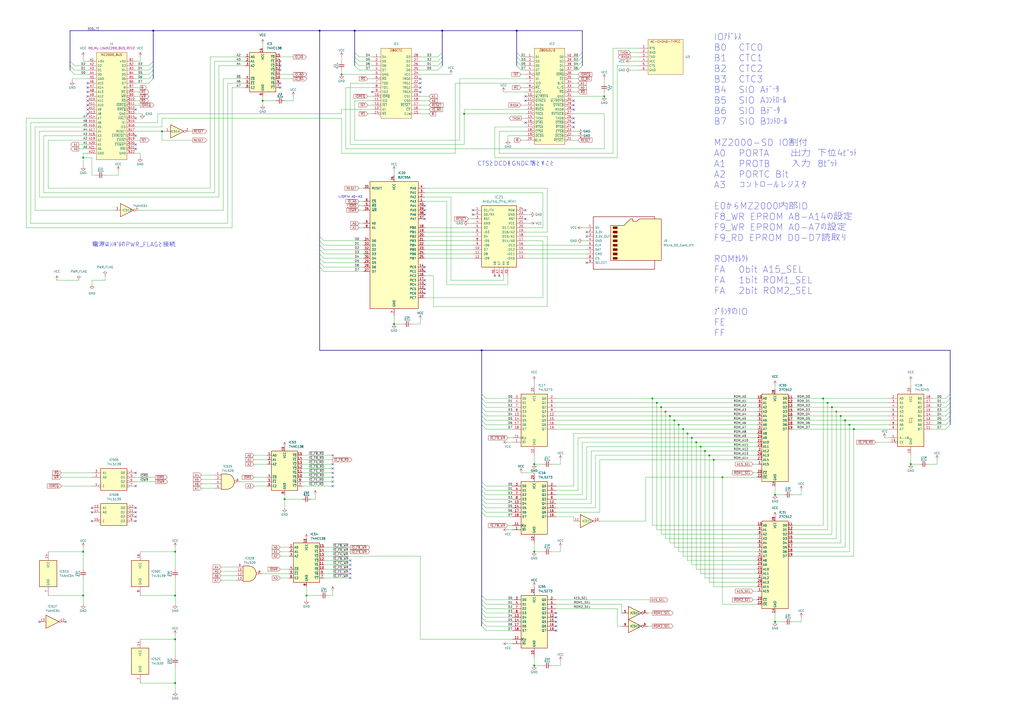
<source format=kicad_sch>
(kicad_sch (version 20231120) (generator "eeschema") (generator_version "8.0")
  (paper "A2")
  (title_block (title "MZ-2000基板") (date "2024-04-17") (company "山本エンジニアリング"))
  (lib_symbols
    (symbol "00_My Lib:AE-CH340-TYPEC"
      (property "Reference" "U" (at 0 1.27 0))
      (symbol "AE-CH340-TYPEC_1_0"
        (pin passive line (at -15.24 -5.08 0) (length 5.08) (name "RTS") (number "1"))
        (pin passive line (at -15.24 -7.62 0) (length 5.08) (name "RXD") (number "2"))
        (pin passive line (at -15.24 -10.16 0) (length 5.08) (name "TXD") (number "3"))
        (pin power_in line (at -15.24 -12.7 0) (length 5.08) (name "VCC") (number "4"))
        (pin passive line (at -15.24 -15.24 0) (length 5.08) (name "CTS") (number "5"))
        (pin power_in line (at -15.24 -17.78 0) (length 5.08) (name "GND") (number "6"))
      )
      (symbol "AE-CH340-TYPEC_1_1"
        (text "AE-CH340-TYPEC" (at 0 -1.27 0) (effects (font (size 1.27 1.27))))
      )
    )
    (symbol "00_My Lib:Micro_SD_Card_Kit" (pin_names (offset 1.016))
      (property "Reference" "J5" (at 21.082 -0.1016 0))
      (property "Value" "Micro_SD_Card_Kit" (at 21.082 -2.413 0))
      (symbol "Micro_SD_Card_Kit_1_1"
        (pin power_in line (at -22.86 7.62 0) (length 3.81) (name "5V") (number "1"))
        (pin power_in line (at -22.86 5.08 0) (length 3.81) (name "3.3V") (number "2"))
        (pin power_out line (at -22.86 2.54 0) (length 3.81) (name "3.3V_OUT") (number "3"))
        (pin power_in line (at -22.86 0 0) (length 3.81) (name "GND") (number "4"))
        (pin bidirectional line (at -22.86 -2.54 0) (length 3.81) (name "CLK") (number "5"))
        (pin bidirectional line (at -22.86 -5.08 0) (length 3.81) (name "DAT") (number "6"))
        (pin bidirectional line (at -22.86 -7.62 0) (length 3.81) (name "CMD") (number "7"))
        (pin bidirectional line (at -22.86 -10.16 0) (length 3.81) (name "CS") (number "8"))
        (pin bidirectional line (at -22.86 -12.7 0) (length 3.81) (name "SELECT") (number "9"))
      )
    )
    (symbol "00_My Lib:PCB_EDGE_44P"
      (property "Reference" "J" (at 0 1.27 0))
      (property "Footprint" "00_My Lib:MZ200_BUS_REV2" (at -1.27 3.81 0))
      (symbol "PCB_EDGE_44P_1_0"
        (pin power_in line (at -13.97 -5.08 0) (length 5.08) (name "+5V") (number "A1"))
        (pin output line (at -13.97 -27.94 0) (length 5.08) (name "A11") (number "A10"))
        (pin output line (at -13.97 -30.48 0) (length 5.08) (name "A10") (number "A11"))
        (pin output line (at -13.97 -33.02 0) (length 5.08) (name "A9") (number "A12"))
        (pin output line (at -13.97 -35.56 0) (length 5.08) (name "A8") (number "A13"))
        (pin output line (at -13.97 -38.1 0) (length 5.08) (name "A7") (number "A14"))
        (pin output line (at -13.97 -40.64 0) (length 5.08) (name "A6") (number "A15"))
        (pin output line (at -13.97 -43.18 0) (length 5.08) (name "A5") (number "A16"))
        (pin output line (at -13.97 -45.72 0) (length 5.08) (name "A4") (number "A17"))
        (pin output line (at -13.97 -48.26 0) (length 5.08) (name "A3") (number "A18"))
        (pin output line (at -13.97 -50.8 0) (length 5.08) (name "A2") (number "A19"))
        (pin bidirectional line (at -13.97 -7.62 0) (length 5.08) (name "D2") (number "A2"))
        (pin output line (at -13.97 -53.34 0) (length 5.08) (name "A1") (number "A20"))
        (pin output line (at -13.97 -55.88 0) (length 5.08) (name "A0") (number "A21"))
        (pin power_in line (at -13.97 -58.42 0) (length 5.08) (name "GND") (number "A22"))
        (pin bidirectional line (at -13.97 -10.16 0) (length 5.08) (name "D1") (number "A3"))
        (pin bidirectional line (at -13.97 -12.7 0) (length 5.08) (name "D0") (number "A4"))
        (pin power_in line (at -13.97 -15.24 0) (length 5.08) (name "GND") (number "A5"))
        (pin output line (at -13.97 -17.78 0) (length 5.08) (name "A15") (number "A6"))
        (pin output line (at -13.97 -20.32 0) (length 5.08) (name "A14") (number "A7"))
        (pin output line (at -13.97 -22.86 0) (length 5.08) (name "A13") (number "A8"))
        (pin output line (at -13.97 -25.4 0) (length 5.08) (name "A12") (number "A9"))
        (pin power_in line (at 13.97 -5.08 180) (length 5.08) (name "+5V") (number "B1"))
        (pin passive inverted (at 13.97 -27.94 180) (length 5.08) (name "~{RD}") (number "B10"))
        (pin passive inverted (at 13.97 -30.48 180) (length 5.08) (name "~{IOREQ}") (number "B11"))
        (pin passive inverted (at 13.97 -33.02 180) (length 5.08) (name "~{MREQ}") (number "B12"))
        (pin power_in line (at 13.97 -35.56 180) (length 5.08) (name "GND") (number "B13"))
        (pin passive inverted (at 13.97 -38.1 180) (length 5.08) (name "~{HALT}") (number "B14"))
        (pin passive line (at 13.97 -40.64 180) (length 5.08) (name "IEI") (number "B15"))
        (pin passive line (at 13.97 -43.18 180) (length 5.08) (name "IEO") (number "B16"))
        (pin passive line (at 13.97 -45.72 180) (length 5.08) (name "RESET") (number "B17"))
        (pin passive inverted (at 13.97 -48.26 180) (length 5.08) (name "~{EXRESET}") (number "B18"))
        (pin passive inverted (at 13.97 -50.8 180) (length 5.08) (name "~{EXINT}") (number "B19"))
        (pin bidirectional line (at 13.97 -7.62 180) (length 5.08) (name "D3") (number "B2"))
        (pin passive inverted (at 13.97 -53.34 180) (length 5.08) (name "~{EXWAIT}") (number "B20"))
        (pin passive inverted (at 13.97 -55.88 180) (length 5.08) (name "~{MNI}") (number "B21"))
        (pin power_in line (at 13.97 -58.42 180) (length 5.08) (name "GND") (number "B22"))
        (pin bidirectional line (at 13.97 -10.16 180) (length 5.08) (name "D4") (number "B3"))
        (pin bidirectional line (at 13.97 -12.7 180) (length 5.08) (name "D5") (number "B4"))
        (pin bidirectional line (at 13.97 -15.24 180) (length 5.08) (name "D6") (number "B5"))
        (pin bidirectional line (at 13.97 -17.78 180) (length 5.08) (name "D7") (number "B6"))
        (pin passive line (at 13.97 -20.32 180) (length 5.08) (name "Φ") (number "B7"))
        (pin passive inverted (at 13.97 -22.86 180) (length 5.08) (name "~{M1}") (number "B8"))
        (pin passive inverted (at 13.97 -25.4 180) (length 5.08) (name "~{WR}") (number "B9"))
      )
      (symbol "PCB_EDGE_44P_1_1"
        (text "MZ2000_BUS" (at 0 -1.27 0) (effects (font (size 1.27 1.27))))
      )
    )
    (symbol "74xx:74AHC04"
      (property "Reference" "U" (at 0 1.27 0))
      (property "Value" "74AHC04" (at 0 -1.27 0))
      (symbol "74AHC04_1_0"
        (pin input line (at -7.62 0 0) (length 3.81) (name "~") (number "1"))
        (pin output inverted (at 7.62 0 180) (length 3.81) (name "~") (number "2"))
      )
      (symbol "74AHC04_2_0"
        (pin input line (at -7.62 0 0) (length 3.81) (name "~") (number "3"))
        (pin output inverted (at 7.62 0 180) (length 3.81) (name "~") (number "4"))
      )
      (symbol "74AHC04_3_0"
        (pin input line (at -7.62 0 0) (length 3.81) (name "~") (number "5"))
        (pin output inverted (at 7.62 0 180) (length 3.81) (name "~") (number "6"))
      )
      (symbol "74AHC04_4_0"
        (pin output inverted (at 7.62 0 180) (length 3.81) (name "~") (number "8"))
        (pin input line (at -7.62 0 0) (length 3.81) (name "~") (number "9"))
      )
      (symbol "74AHC04_5_0"
        (pin output inverted (at 7.62 0 180) (length 3.81) (name "~") (number "10"))
        (pin input line (at -7.62 0 0) (length 3.81) (name "~") (number "11"))
      )
      (symbol "74AHC04_6_0"
        (pin output inverted (at 7.62 0 180) (length 3.81) (name "~") (number "12"))
        (pin input line (at -7.62 0 0) (length 3.81) (name "~") (number "13"))
      )
      (symbol "74AHC04_7_0"
        (pin power_in line (at 0 12.7 270) (length 5.08) (name "VCC") (number "14"))
        (pin power_in line (at 0 -12.7 90) (length 5.08) (name "GND") (number "7"))
      )
    )
    (symbol "74xx:74HC138"
      (property "Reference" "U" (at -7.62 13.97 0))
      (property "Value" "74HC138" (at 2.54 -11.43 0))
      (symbol "74HC138_1_1"
        (pin input line (at -10.16 10.16 0) (length 2.54) (name "A0") (number "1"))
        (pin output line (at 10.16 -2.54 180) (length 2.54) (name "~{Y5}") (number "10"))
        (pin output line (at 10.16 0 180) (length 2.54) (name "~{Y4}") (number "11"))
        (pin output line (at 10.16 2.54 180) (length 2.54) (name "~{Y3}") (number "12"))
        (pin output line (at 10.16 5.08 180) (length 2.54) (name "~{Y2}") (number "13"))
        (pin output line (at 10.16 7.62 180) (length 2.54) (name "~{Y1}") (number "14"))
        (pin output line (at 10.16 10.16 180) (length 2.54) (name "~{Y0}") (number "15"))
        (pin power_in line (at 0 15.24 270) (length 2.54) (name "VCC") (number "16"))
        (pin input line (at -10.16 7.62 0) (length 2.54) (name "A1") (number "2"))
        (pin input line (at -10.16 5.08 0) (length 2.54) (name "A2") (number "3"))
        (pin input line (at -10.16 -2.54 0) (length 2.54) (name "~{E0}") (number "4"))
        (pin input line (at -10.16 -5.08 0) (length 2.54) (name "~{E1}") (number "5"))
        (pin input line (at -10.16 -7.62 0) (length 2.54) (name "E2") (number "6"))
        (pin output line (at 10.16 -7.62 180) (length 2.54) (name "~{Y7}") (number "7"))
        (pin power_in line (at 0 -12.7 90) (length 2.54) (name "GND") (number "8"))
        (pin output line (at 10.16 -5.08 180) (length 2.54) (name "~{Y6}") (number "9"))
      )
    )
    (symbol "74xx:74LS139" (pin_names (offset 1.016))
      (property "Reference" "U" (at -7.62 8.89 0))
      (property "Value" "74LS139" (at -7.62 -8.89 0))
      (symbol "74LS139_1_0"
        (pin input inverted (at -12.7 -5.08 0) (length 5.08) (name "E") (number "1"))
        (pin input line (at -12.7 0 0) (length 5.08) (name "A0") (number "2"))
        (pin input line (at -12.7 2.54 0) (length 5.08) (name "A1") (number "3"))
        (pin output inverted (at 12.7 2.54 180) (length 5.08) (name "O0") (number "4"))
        (pin output inverted (at 12.7 0 180) (length 5.08) (name "O1") (number "5"))
        (pin output inverted (at 12.7 -2.54 180) (length 5.08) (name "O2") (number "6"))
        (pin output inverted (at 12.7 -5.08 180) (length 5.08) (name "O3") (number "7"))
      )
      (symbol "74LS139_2_0"
        (pin output inverted (at 12.7 -2.54 180) (length 5.08) (name "O2") (number "10"))
        (pin output inverted (at 12.7 0 180) (length 5.08) (name "O1") (number "11"))
        (pin output inverted (at 12.7 2.54 180) (length 5.08) (name "O0") (number "12"))
        (pin input line (at -12.7 2.54 0) (length 5.08) (name "A1") (number "13"))
        (pin input line (at -12.7 0 0) (length 5.08) (name "A0") (number "14"))
        (pin input inverted (at -12.7 -5.08 0) (length 5.08) (name "E") (number "15"))
        (pin output inverted (at 12.7 -5.08 180) (length 5.08) (name "O3") (number "9"))
      )
      (symbol "74LS139_3_0"
        (pin power_in line (at 0 12.7 270) (length 5.08) (name "VCC") (number "16"))
        (pin power_in line (at 0 -12.7 90) (length 5.08) (name "GND") (number "8"))
      )
    )
    (symbol "74xx:74LS20" (pin_names (offset 1.016))
      (property "Reference" "U" (at 0 1.27 0))
      (property "Value" "74LS20" (at 0 -1.27 0))
      (symbol "74LS20_1_1"
        (pin input line (at -7.62 3.81 0) (length 3.81) (name "~") (number "1"))
        (pin input line (at -7.62 1.27 0) (length 3.81) (name "~") (number "2"))
        (pin input line (at -7.62 -1.27 0) (length 3.81) (name "~") (number "4"))
        (pin input line (at -7.62 -3.81 0) (length 3.81) (name "~") (number "5"))
        (pin output inverted (at 7.62 0 180) (length 3.81) (name "~") (number "6"))
      )
      (symbol "74LS20_1_2"
        (pin input inverted (at -7.62 3.81 0) (length 3.81) (name "~") (number "1"))
        (pin input inverted (at -7.62 1.27 0) (length 4.826) (name "~") (number "2"))
        (pin input inverted (at -7.62 -1.27 0) (length 4.826) (name "~") (number "4"))
        (pin input inverted (at -7.62 -3.81 0) (length 3.81) (name "~") (number "5"))
        (pin output line (at 7.62 0 180) (length 3.81) (name "~") (number "6"))
      )
      (symbol "74LS20_2_1"
        (pin input line (at -7.62 1.27 0) (length 3.81) (name "~") (number "10"))
        (pin input line (at -7.62 -1.27 0) (length 3.81) (name "~") (number "12"))
        (pin input line (at -7.62 -3.81 0) (length 3.81) (name "~") (number "13"))
        (pin output inverted (at 7.62 0 180) (length 3.81) (name "~") (number "8"))
        (pin input line (at -7.62 3.81 0) (length 3.81) (name "~") (number "9"))
      )
      (symbol "74LS20_2_2"
        (pin input inverted (at -7.62 1.27 0) (length 4.826) (name "~") (number "10"))
        (pin input inverted (at -7.62 -1.27 0) (length 4.826) (name "~") (number "12"))
        (pin input inverted (at -7.62 -3.81 0) (length 3.81) (name "~") (number "13"))
        (pin output line (at 7.62 0 180) (length 3.81) (name "~") (number "8"))
        (pin input inverted (at -7.62 3.81 0) (length 3.81) (name "~") (number "9"))
      )
      (symbol "74LS20_3_0"
        (pin power_in line (at 0 12.7 270) (length 5.08) (name "VCC") (number "14"))
        (pin power_in line (at 0 -12.7 90) (length 5.08) (name "GND") (number "7"))
      )
    )
    (symbol "74xx:74LS245" (pin_names (offset 1.016))
      (property "Reference" "U" (at -7.62 16.51 0))
      (property "Value" "74LS245" (at -7.62 -16.51 0))
      (symbol "74LS245_1_0"
        (pin input line (at -12.7 -10.16 0) (length 5.08) (name "A->B") (number "1"))
        (pin power_in line (at 0 -20.32 90) (length 5.08) (name "GND") (number "10"))
        (pin tri_state line (at 12.7 -5.08 180) (length 5.08) (name "B7") (number "11"))
        (pin tri_state line (at 12.7 -2.54 180) (length 5.08) (name "B6") (number "12"))
        (pin tri_state line (at 12.7 0 180) (length 5.08) (name "B5") (number "13"))
        (pin tri_state line (at 12.7 2.54 180) (length 5.08) (name "B4") (number "14"))
        (pin tri_state line (at 12.7 5.08 180) (length 5.08) (name "B3") (number "15"))
        (pin tri_state line (at 12.7 7.62 180) (length 5.08) (name "B2") (number "16"))
        (pin tri_state line (at 12.7 10.16 180) (length 5.08) (name "B1") (number "17"))
        (pin tri_state line (at 12.7 12.7 180) (length 5.08) (name "B0") (number "18"))
        (pin input inverted (at -12.7 -12.7 0) (length 5.08) (name "CE") (number "19"))
        (pin tri_state line (at -12.7 12.7 0) (length 5.08) (name "A0") (number "2"))
        (pin power_in line (at 0 20.32 270) (length 5.08) (name "VCC") (number "20"))
        (pin tri_state line (at -12.7 10.16 0) (length 5.08) (name "A1") (number "3"))
        (pin tri_state line (at -12.7 7.62 0) (length 5.08) (name "A2") (number "4"))
        (pin tri_state line (at -12.7 5.08 0) (length 5.08) (name "A3") (number "5"))
        (pin tri_state line (at -12.7 2.54 0) (length 5.08) (name "A4") (number "6"))
        (pin tri_state line (at -12.7 0 0) (length 5.08) (name "A5") (number "7"))
        (pin tri_state line (at -12.7 -2.54 0) (length 5.08) (name "A6") (number "8"))
        (pin tri_state line (at -12.7 -5.08 0) (length 5.08) (name "A7") (number "9"))
      )
    )
    (symbol "74xx:74LS273"
      (property "Reference" "U" (at -7.62 16.51 0))
      (property "Value" "74LS273" (at -7.62 -16.51 0))
      (symbol "74LS273_1_0"
        (pin input line (at -12.7 -12.7 0) (length 5.08) (name "~{Mr}") (number "1"))
        (pin power_in line (at 0 -20.32 90) (length 5.08) (name "GND") (number "10"))
        (pin input clock (at -12.7 -10.16 0) (length 5.08) (name "Cp") (number "11"))
        (pin output line (at 12.7 2.54 180) (length 5.08) (name "Q4") (number "12"))
        (pin input line (at -12.7 2.54 0) (length 5.08) (name "D4") (number "13"))
        (pin input line (at -12.7 0 0) (length 5.08) (name "D5") (number "14"))
        (pin output line (at 12.7 0 180) (length 5.08) (name "Q5") (number "15"))
        (pin output line (at 12.7 -2.54 180) (length 5.08) (name "Q6") (number "16"))
        (pin input line (at -12.7 -2.54 0) (length 5.08) (name "D6") (number "17"))
        (pin input line (at -12.7 -5.08 0) (length 5.08) (name "D7") (number "18"))
        (pin output line (at 12.7 -5.08 180) (length 5.08) (name "Q7") (number "19"))
        (pin output line (at 12.7 12.7 180) (length 5.08) (name "Q0") (number "2"))
        (pin power_in line (at 0 20.32 270) (length 5.08) (name "VCC") (number "20"))
        (pin input line (at -12.7 12.7 0) (length 5.08) (name "D0") (number "3"))
        (pin input line (at -12.7 10.16 0) (length 5.08) (name "D1") (number "4"))
        (pin output line (at 12.7 10.16 180) (length 5.08) (name "Q1") (number "5"))
        (pin output line (at 12.7 7.62 180) (length 5.08) (name "Q2") (number "6"))
        (pin input line (at -12.7 7.62 0) (length 5.08) (name "D2") (number "7"))
        (pin input line (at -12.7 5.08 0) (length 5.08) (name "D3") (number "8"))
        (pin output line (at 12.7 5.08 180) (length 5.08) (name "Q3") (number "9"))
      )
    )
    (symbol "Arduino:Arduino_Pro_Mini" (pin_names (offset 1.016))
      (property "Reference" "U" (at -10.16 21.59 0))
      (property "Value" "Arduino_Pro_Mini" (at 0 19.05 0))
      (symbol "Arduino_Pro_Mini_1_1"
        (pin bidirectional line (at -15.24 15.24 0) (length 5.08) (name "D1/TX") (number "1"))
        (pin bidirectional line (at -15.24 -7.62 0) (length 5.08) (name "D7") (number "10"))
        (pin bidirectional line (at -15.24 -10.16 0) (length 5.08) (name "D8") (number "11"))
        (pin bidirectional line (at -15.24 -12.7 0) (length 5.08) (name "~D9") (number "12"))
        (pin bidirectional line (at 15.24 -12.7 180) (length 5.08) (name "~D10") (number "13"))
        (pin bidirectional line (at 15.24 -10.16 180) (length 5.08) (name "~D11") (number "14"))
        (pin bidirectional line (at 15.24 -7.62 180) (length 5.08) (name "D12") (number "15"))
        (pin bidirectional line (at 15.24 -5.08 180) (length 5.08) (name "D13") (number "16"))
        (pin bidirectional line (at 15.24 -2.54 180) (length 5.08) (name "D14/A0") (number "17"))
        (pin bidirectional line (at 15.24 0 180) (length 5.08) (name "D15/A1") (number "18"))
        (pin bidirectional line (at 15.24 2.54 180) (length 5.08) (name "D16/A2") (number "19"))
        (pin bidirectional line (at -15.24 12.7 0) (length 5.08) (name "D0/RX") (number "2"))
        (pin bidirectional line (at 15.24 5.08 180) (length 5.08) (name "D17/A3") (number "20"))
        (pin power_in line (at 15.24 7.62 180) (length 5.08) (name "VCC") (number "21"))
        (pin input line (at 15.24 10.16 180) (length 5.08) (name "RST") (number "22"))
        (pin power_in line (at 15.24 12.7 180) (length 5.08) (name "GND") (number "23"))
        (pin power_out line (at 15.24 15.24 180) (length 5.08) (name "RAW") (number "24"))
        (pin input line (at -15.24 10.16 0) (length 5.08) (name "RST") (number "3"))
        (pin power_in line (at -15.24 7.62 0) (length 5.08) (name "GND") (number "4"))
        (pin bidirectional line (at -15.24 5.08 0) (length 5.08) (name "D2") (number "5"))
        (pin bidirectional line (at -15.24 2.54 0) (length 5.08) (name "~D3") (number "6"))
        (pin bidirectional line (at -15.24 0 0) (length 5.08) (name "D4") (number "7"))
        (pin bidirectional line (at -15.24 -2.54 0) (length 5.08) (name "~D5") (number "8"))
        (pin bidirectional line (at -15.24 -5.08 0) (length 5.08) (name "~D6") (number "9"))
        (pin bidirectional line (at 2.54 -22.86 90) (length 5.08) (name "A4") (number "A4"))
        (pin bidirectional line (at 5.08 -22.86 90) (length 5.08) (name "A5") (number "A5"))
        (pin bidirectional line (at -2.54 -22.86 90) (length 5.08) (name "A6") (number "A6"))
        (pin bidirectional line (at 0 -22.86 90) (length 5.08) (name "A7") (number "A7"))
      )
    )
    (symbol "Device:C_Small" (pin_numbers hide) (pin_names (offset 0.254) hide)
      (property "Reference" "C" (at 0.254 1.778 0))
      (property "Value" "C_Small" (at 0.254 -2.032 0))
      (symbol "C_Small_1_1"
        (pin passive line (at 0 2.54 270) (length 2.032) (name "~") (number "1"))
        (pin passive line (at 0 -2.54 90) (length 2.032) (name "~") (number "2"))
      )
    )
    (symbol "GND_1" (power) (pin_numbers hide) (pin_names (offset 0) hide)
      (property "Value" "GND" (at 0 -3.81 0))
      (symbol "GND_1_1_1"
        (pin power_in line (at 0 0 270) (length 0) (name "~") (number "1"))
      )
    )
    (symbol "Interface:82C55A" (pin_names (offset 1.016))
      (property "Reference" "U" (at -13.97 38.1 0))
      (property "Value" "82C55A" (at 8.89 38.1 0))
      (symbol "82C55A_1_1"
        (pin bidirectional line (at 17.78 25.4 180) (length 3.81) (name "PA3") (number "1"))
        (pin bidirectional line (at 17.78 -30.48 180) (length 3.81) (name "PC7") (number "10"))
        (pin bidirectional line (at 17.78 -27.94 180) (length 3.81) (name "PC6") (number "11"))
        (pin bidirectional line (at 17.78 -25.4 180) (length 3.81) (name "PC5") (number "12"))
        (pin bidirectional line (at 17.78 -22.86 180) (length 3.81) (name "PC4") (number "13"))
        (pin bidirectional line (at 17.78 -12.7 180) (length 3.81) (name "PC0") (number "14"))
        (pin bidirectional line (at 17.78 -15.24 180) (length 3.81) (name "PC1") (number "15"))
        (pin bidirectional line (at 17.78 -17.78 180) (length 3.81) (name "PC2") (number "16"))
        (pin bidirectional line (at 17.78 -20.32 180) (length 3.81) (name "PC3") (number "17"))
        (pin bidirectional line (at 17.78 10.16 180) (length 3.81) (name "PB0") (number "18"))
        (pin bidirectional line (at 17.78 7.62 180) (length 3.81) (name "PB1") (number "19"))
        (pin bidirectional line (at 17.78 27.94 180) (length 3.81) (name "PA2") (number "2"))
        (pin bidirectional line (at 17.78 5.08 180) (length 3.81) (name "PB2") (number "20"))
        (pin bidirectional line (at 17.78 2.54 180) (length 3.81) (name "PB3") (number "21"))
        (pin bidirectional line (at 17.78 0 180) (length 3.81) (name "PB4") (number "22"))
        (pin bidirectional line (at 17.78 -2.54 180) (length 3.81) (name "PB5") (number "23"))
        (pin bidirectional line (at 17.78 -5.08 180) (length 3.81) (name "PB6") (number "24"))
        (pin bidirectional line (at 17.78 -7.62 180) (length 3.81) (name "PB7") (number "25"))
        (pin power_in line (at 0 40.64 270) (length 3.81) (name "VCC") (number "26"))
        (pin bidirectional line (at -17.78 -15.24 0) (length 3.81) (name "D7") (number "27"))
        (pin bidirectional line (at -17.78 -12.7 0) (length 3.81) (name "D6") (number "28"))
        (pin bidirectional line (at -17.78 -10.16 0) (length 3.81) (name "D5") (number "29"))
        (pin bidirectional line (at 17.78 30.48 180) (length 3.81) (name "PA1") (number "3"))
        (pin bidirectional line (at -17.78 -7.62 0) (length 3.81) (name "D4") (number "30"))
        (pin bidirectional line (at -17.78 -5.08 0) (length 3.81) (name "D3") (number "31"))
        (pin bidirectional line (at -17.78 -2.54 0) (length 3.81) (name "D2") (number "32"))
        (pin bidirectional line (at -17.78 0 0) (length 3.81) (name "D1") (number "33"))
        (pin bidirectional line (at -17.78 2.54 0) (length 3.81) (name "D0") (number "34"))
        (pin input line (at -17.78 33.02 0) (length 3.81) (name "RESET") (number "35"))
        (pin input line (at -17.78 20.32 0) (length 3.81) (name "~{WR}") (number "36"))
        (pin bidirectional line (at 17.78 15.24 180) (length 3.81) (name "PA7") (number "37"))
        (pin bidirectional line (at 17.78 17.78 180) (length 3.81) (name "PA6") (number "38"))
        (pin bidirectional line (at 17.78 20.32 180) (length 3.81) (name "PA5") (number "39"))
        (pin bidirectional line (at 17.78 33.02 180) (length 3.81) (name "PA0") (number "4"))
        (pin bidirectional line (at 17.78 22.86 180) (length 3.81) (name "PA4") (number "40"))
        (pin input line (at -17.78 22.86 0) (length 3.81) (name "~{RD}") (number "5"))
        (pin input line (at -17.78 25.4 0) (length 3.81) (name "~{CS}") (number "6"))
        (pin power_in line (at 0 -40.64 90) (length 3.81) (name "GND") (number "7"))
        (pin input line (at -17.78 10.16 0) (length 3.81) (name "A1") (number "8"))
        (pin input line (at -17.78 12.7 0) (length 3.81) (name "A0") (number "9"))
      )
    )
    (symbol "Memory_EPROM:27C512"
      (property "Reference" "U" (at -7.62 26.67 0))
      (property "Value" "27C512" (at 2.54 -26.67 0))
      (symbol "27C512_1_1"
        (pin input line (at -10.16 -15.24 0) (length 2.54) (name "A15") (number "1"))
        (pin input line (at -10.16 22.86 0) (length 2.54) (name "A0") (number "10"))
        (pin tri_state line (at 10.16 22.86 180) (length 2.54) (name "D0") (number "11"))
        (pin tri_state line (at 10.16 20.32 180) (length 2.54) (name "D1") (number "12"))
        (pin tri_state line (at 10.16 17.78 180) (length 2.54) (name "D2") (number "13"))
        (pin power_in line (at 0 -27.94 90) (length 2.54) (name "GND") (number "14"))
        (pin tri_state line (at 10.16 15.24 180) (length 2.54) (name "D3") (number "15"))
        (pin tri_state line (at 10.16 12.7 180) (length 2.54) (name "D4") (number "16"))
        (pin tri_state line (at 10.16 10.16 180) (length 2.54) (name "D5") (number "17"))
        (pin tri_state line (at 10.16 7.62 180) (length 2.54) (name "D6") (number "18"))
        (pin tri_state line (at 10.16 5.08 180) (length 2.54) (name "D7") (number "19"))
        (pin input line (at -10.16 -7.62 0) (length 2.54) (name "A12") (number "2"))
        (pin input line (at -10.16 -20.32 0) (length 2.54) (name "~{CE}") (number "20"))
        (pin input line (at -10.16 -2.54 0) (length 2.54) (name "A10") (number "21"))
        (pin input line (at -10.16 -22.86 0) (length 2.54) (name "~{OE}") (number "22"))
        (pin input line (at -10.16 -5.08 0) (length 2.54) (name "A11") (number "23"))
        (pin input line (at -10.16 0 0) (length 2.54) (name "A9") (number "24"))
        (pin input line (at -10.16 2.54 0) (length 2.54) (name "A8") (number "25"))
        (pin input line (at -10.16 -10.16 0) (length 2.54) (name "A13") (number "26"))
        (pin input line (at -10.16 -12.7 0) (length 2.54) (name "A14") (number "27"))
        (pin power_in line (at 0 27.94 270) (length 2.54) (name "VCC") (number "28"))
        (pin input line (at -10.16 5.08 0) (length 2.54) (name "A7") (number "3"))
        (pin input line (at -10.16 7.62 0) (length 2.54) (name "A6") (number "4"))
        (pin input line (at -10.16 10.16 0) (length 2.54) (name "A5") (number "5"))
        (pin input line (at -10.16 12.7 0) (length 2.54) (name "A4") (number "6"))
        (pin input line (at -10.16 15.24 0) (length 2.54) (name "A3") (number "7"))
        (pin input line (at -10.16 17.78 0) (length 2.54) (name "A2") (number "8"))
        (pin input line (at -10.16 20.32 0) (length 2.54) (name "A1") (number "9"))
      )
    )
    (symbol "VCC_1" (power) (pin_numbers hide) (pin_names (offset 0) hide)
      (property "Value" "VCC" (at 0 3.556 0))
      (symbol "VCC_1_1_1"
        (pin power_in line (at 0 0 90) (length 0) (name "~") (number "1"))
      )
    )
    (symbol "Zilog:Z80CTC"
      (property "Reference" "IC" (at 0 1.27 0))
      (symbol "Z80CTC_1_0"
        (pin passive inverted (at -13.97 -27.94 0) (length 5.08) (name "~{IORQ}") (number "10"))
        (pin passive line (at -13.97 -30.48 0) (length 5.08) (name "IEO") (number "11"))
        (pin passive inverted (at -13.97 -33.02 0) (length 5.08) (name "~{INT}") (number "12"))
        (pin passive line (at -13.97 -35.56 0) (length 5.08) (name "IEI") (number "13"))
        (pin passive inverted (at -13.97 -38.1 0) (length 5.08) (name "~{M1}") (number "14"))
        (pin passive clock (at 13.97 -38.1 180) (length 5.08) (name "CLK") (number "15"))
        (pin passive line (at 13.97 -35.56 180) (length 5.08) (name "~{CE}") (number "16"))
        (pin passive line (at 13.97 -33.02 180) (length 5.08) (name "~{RESET}") (number "17"))
        (pin passive line (at 13.97 -30.48 180) (length 5.08) (name "CS0") (number "18"))
        (pin passive line (at 13.97 -27.94 180) (length 5.08) (name "CS1") (number "19"))
        (pin bidirectional line (at -13.97 -7.62 0) (length 5.08) (name "D5") (number "2"))
        (pin passive line (at 13.97 -25.4 180) (length 5.08) (name "TRG3") (number "20"))
        (pin passive line (at 13.97 -22.86 180) (length 5.08) (name "TRG2") (number "21"))
        (pin passive line (at 13.97 -20.32 180) (length 5.08) (name "TRG1") (number "22"))
        (pin passive line (at 13.97 -17.78 180) (length 5.08) (name "TRG0") (number "23"))
        (pin power_in line (at 13.97 -15.24 180) (length 5.08) (name "VCC") (number "24"))
        (pin bidirectional line (at 13.97 -12.7 180) (length 5.08) (name "D0") (number "25"))
        (pin bidirectional line (at 13.97 -10.16 180) (length 5.08) (name "D1") (number "26"))
        (pin bidirectional line (at 13.97 -7.62 180) (length 5.08) (name "D2") (number "27"))
        (pin bidirectional line (at 13.97 -5.08 180) (length 5.08) (name "D3") (number "28"))
        (pin bidirectional line (at -13.97 -10.16 0) (length 5.08) (name "D6") (number "3"))
        (pin bidirectional line (at -13.97 -12.7 0) (length 5.08) (name "D7") (number "4"))
        (pin power_in line (at -13.97 -15.24 0) (length 5.08) (name "GNG") (number "5"))
        (pin passive inverted (at -13.97 -17.78 0) (length 5.08) (name "~{RD}") (number "6"))
        (pin passive line (at -13.97 -20.32 0) (length 5.08) (name "TO0") (number "7"))
        (pin passive line (at -13.97 -22.86 0) (length 5.08) (name "TO1") (number "8"))
        (pin passive line (at -13.97 -25.4 0) (length 5.08) (name "TO2") (number "9"))
      )
      (symbol "Z80CTC_1_1"
        (text "Z80CTC" (at 0 -1.27 0) (effects (font (size 1.27 1.27))))
        (pin bidirectional line (at -13.97 -5.08 0) (length 5.08) (name "D4") (number "1"))
      )
    )
    (symbol "Zilog:Z80SIO/0"
      (property "Reference" "IC" (at -1.27 1.27 0))
      (symbol "Z80SIO/0_0_0"
        (text "" (at 11.43 -17.78 0) (effects (font (size 1.27 1.27))))
      )
      (symbol "Z80SIO/0_1_0"
        (pin bidirectional line (at -13.97 -5.08 0) (length 5.08) (name "D1") (number "1"))
        (pin passive inverted (at -13.97 -27.94 0) (length 5.08) (name "~{W/RDYA}") (number "10"))
        (pin passive inverted (at -13.97 -30.48 0) (length 5.08) (name "~{SYNCA}") (number "11"))
        (pin passive line (at -13.97 -33.02 0) (length 5.08) (name "RXDA") (number "12"))
        (pin passive inverted (at -13.97 -35.56 0) (length 5.08) (name "~{RXCA}") (number "13"))
        (pin passive inverted (at -13.97 -38.1 0) (length 5.08) (name "~{TXCA}") (number "14"))
        (pin passive line (at -13.97 -40.64 0) (length 5.08) (name "TXDA") (number "15"))
        (pin passive inverted (at -13.97 -43.18 0) (length 5.08) (name "~{DTRA}") (number "16"))
        (pin passive inverted (at -13.97 -45.72 0) (length 5.08) (name "~{RTSA}") (number "17"))
        (pin passive inverted (at -13.97 -48.26 0) (length 5.08) (name "~{CTSA}") (number "18"))
        (pin passive inverted (at -13.97 -50.8 0) (length 5.08) (name "~{DCDA}") (number "19"))
        (pin bidirectional line (at -13.97 -7.62 0) (length 5.08) (name "D3") (number "2"))
        (pin passive clock (at -13.97 -53.34 0) (length 5.08) (name "CLK") (number "20"))
        (pin passive inverted (at 13.97 -53.34 180) (length 5.08) (name "~{RESET}") (number "21"))
        (pin passive inverted (at 13.97 -50.8 180) (length 5.08) (name "~{DCDB}") (number "22"))
        (pin passive inverted (at 13.97 -48.26 180) (length 5.08) (name "~{CTSB}") (number "23"))
        (pin passive inverted (at 13.97 -45.72 180) (length 5.08) (name "~{RTSB}") (number "24"))
        (pin passive inverted (at 13.97 -43.18 180) (length 5.08) (name "~{DTRB}") (number "25"))
        (pin passive line (at 13.97 -40.64 180) (length 5.08) (name "TXDB") (number "26"))
        (pin passive inverted (at 13.97 -38.1 180) (length 5.08) (name "~{RXTXCB}") (number "27"))
        (pin passive line (at 13.97 -35.56 180) (length 5.08) (name "RXDB") (number "28"))
        (pin passive inverted (at 13.97 -33.02 180) (length 5.08) (name "~{SYNCB}") (number "29"))
        (pin bidirectional line (at -13.97 -10.16 0) (length 5.08) (name "D5") (number "3"))
        (pin passive inverted (at 13.97 -30.48 180) (length 5.08) (name "~{W/RDYB}") (number "30"))
        (pin power_in line (at 13.97 -27.94 180) (length 5.08) (name "GND") (number "31"))
        (pin passive inverted (at 13.97 -25.4 180) (length 5.08) (name "~{RD}") (number "32"))
        (pin passive line (at 13.97 -22.86 180) (length 5.08) (name "C/~{D}") (number "33"))
        (pin passive line (at 13.97 -20.32 180) (length 5.08) (name "B/~{A}") (number "34"))
        (pin passive inverted (at 13.97 -17.78 180) (length 5.08) (name "~{CE}") (number "35"))
        (pin passive inverted (at 13.97 -15.24 180) (length 5.08) (name "~{IORQ}") (number "36"))
        (pin bidirectional line (at 13.97 -12.7 180) (length 5.08) (name "D6") (number "37"))
        (pin bidirectional line (at 13.97 -10.16 180) (length 5.08) (name "D4") (number "38"))
        (pin bidirectional line (at 13.97 -7.62 180) (length 5.08) (name "D2") (number "39"))
        (pin bidirectional line (at -13.97 -12.7 0) (length 5.08) (name "D7") (number "4"))
        (pin bidirectional line (at 13.97 -5.08 180) (length 5.08) (name "D0") (number "40"))
        (pin passive inverted (at -13.97 -15.24 0) (length 5.08) (name "~{INT}") (number "5"))
        (pin passive line (at -13.97 -17.78 0) (length 5.08) (name "IEI") (number "6"))
        (pin passive line (at -13.97 -20.32 0) (length 5.08) (name "IEO") (number "7"))
        (pin passive inverted (at -13.97 -22.86 0) (length 5.08) (name "~{M1}") (number "8"))
        (pin power_in line (at -13.97 -25.4 0) (length 5.08) (name "VCC") (number "9"))
      )
      (symbol "Z80SIO/0_1_1"
        (text "Z80SIO/0" (at -1.27 -1.27 0) (effects (font (size 1.27 1.27))))
      )
    )
    (symbol "power:GND" (power) (pin_names (offset 0))
      (property "Value" "GND" (at 0 -3.81 0))
      (symbol "GND_1_1"
        (pin power_in line (at 0 0 270) (length 0) hide (name "GND") (number "1"))
      )
    )
    (symbol "power:PWR_FLAG" (power) (pin_numbers hide) (pin_names (offset 0) hide)
      (property "Value" "PWR_FLAG" (at 0 3.81 0))
      (symbol "PWR_FLAG_0_0"
        (pin power_out line (at 0 0 90) (length 0) (name "~") (number "1"))
      )
    )
    (symbol "power:VCC" (power) (pin_names (offset 0))
      (property "Value" "VCC" (at 0 3.81 0))
      (symbol "VCC_1_1"
        (pin power_in line (at 0 0 90) (length 0) hide (name "VCC") (number "1"))
      )
    )
  )
  (junction (at 388.62 241.3))
  (junction (at 48.26 91.44))
  (junction (at 205.74 17.78))
  (junction (at 398.78 251.46))
  (junction (at 485.14 238.76))
  (junction (at 406.4 259.08))
  (junction (at 408.94 261.62))
  (junction (at 299.72 17.78))
  (junction (at 492.76 246.38))
  (junction (at 378.46 231.14))
  (junction (at 482.6 236.22))
  (junction (at 165.1 289.56))
  (junction (at 152.4 58.42))
  (junction (at 386.08 238.76))
  (junction (at 487.68 241.3))
  (junction (at 490.22 243.84))
  (junction (at 419.1 276.86))
  (junction (at 350.52 55.88))
  (junction (at 269.24 66.04))
  (junction (at 391.16 243.84))
  (junction (at 101.6 320.04))
  (junction (at 228.6 187.96))
  (junction (at 48.26 320.04))
  (junction (at 449.58 287.02))
  (junction (at 477.52 231.14))
  (junction (at 403.86 256.54))
  (junction (at 88.9 17.78))
  (junction (at 309.88 386.08))
  (junction (at 495.3 248.92))
  (junction (at 101.6 370.84))
  (junction (at 393.7 246.38))
  (junction (at 414.02 266.7))
  (junction (at 396.24 248.92))
  (junction (at 198.12 43.18))
  (junction (at 101.6 396.24))
  (junction (at 383.54 236.22))
  (junction (at 101.6 345.44))
  (junction (at 279.4 203.2))
  (junction (at 401.32 254))
  (junction (at 256.54 17.78))
  (junction (at 480.06 233.68))
  (junction (at 93.98 76.2))
  (junction (at 309.88 320.04))
  (junction (at 449.58 360.68))
  (junction (at 309.88 269.24))
  (junction (at 381 233.68))
  (junction (at 177.8 345.44))
  (junction (at 185.42 17.78))
  (junction (at 528.32 269.24))
  (junction (at 48.26 345.44))
  (junction (at 411.48 264.16))
  (no_connect (at 274.32 124.46))
  (no_connect (at 304.8 121.92))
  (no_connect (at 322.58 358.14))
  (no_connect (at 193.04 264.16))
  (no_connect (at 78.74 281.94))
  (no_connect (at 332.74 71.12))
  (no_connect (at 50.8 66.04))
  (no_connect (at 193.04 269.24))
  (no_connect (at 332.74 58.42))
  (no_connect (at 289.56 160.02))
  (no_connect (at 162.56 35.56))
  (no_connect (at 78.74 63.5))
  (no_connect (at 38.1 360.68))
  (no_connect (at 193.04 271.78))
  (no_connect (at 22.86 360.68))
  (no_connect (at 246.38 157.48))
  (no_connect (at 203.2 335.28))
  (no_connect (at 332.74 68.58))
  (no_connect (at 243.84 50.8))
  (no_connect (at 53.34 294.64))
  (no_connect (at 332.74 63.5))
  (no_connect (at 332.74 73.66))
  (no_connect (at 246.38 154.94))
  (no_connect (at 78.74 274.32))
  (no_connect (at 287.02 160.02))
  (no_connect (at 304.8 55.88))
  (no_connect (at 193.04 274.32))
  (no_connect (at 162.56 48.26))
  (no_connect (at 246.38 162.56))
  (no_connect (at 78.74 299.72))
  (no_connect (at 193.04 276.86))
  (no_connect (at 203.2 332.74))
  (no_connect (at 304.8 127))
  (no_connect (at 243.84 48.26))
  (no_connect (at 78.74 83.82))
  (no_connect (at 340.36 137.16))
  (no_connect (at 246.38 124.46))
  (no_connect (at 246.38 119.38))
  (no_connect (at 246.38 127))
  (no_connect (at 162.56 38.1))
  (no_connect (at 243.84 45.72))
  (no_connect (at 203.2 327.66))
  (no_connect (at 53.34 302.26))
  (no_connect (at 162.56 40.64))
  (no_connect (at 203.2 330.2))
  (no_connect (at 332.74 60.96))
  (no_connect (at 322.58 363.22))
  (no_connect (at 53.34 297.18))
  (no_connect (at 50.8 48.26))
  (no_connect (at 215.9 53.34))
  (no_connect (at 78.74 297.18))
  (no_connect (at 304.8 71.12))
  (no_connect (at 243.84 53.34))
  (no_connect (at 50.8 55.88))
  (no_connect (at 304.8 58.42))
  (no_connect (at 78.74 78.74))
  (no_connect (at 274.32 121.92))
  (no_connect (at 246.38 121.92))
  (no_connect (at 78.74 294.64))
  (no_connect (at 340.36 152.4))
  (no_connect (at 246.38 167.64))
  (no_connect (at 322.58 355.6))
  (no_connect (at 78.74 86.36))
  (no_connect (at 162.56 50.8))
  (no_connect (at 322.58 360.68))
  (no_connect (at 78.74 68.58))
  (no_connect (at 50.8 63.5))
  (no_connect (at 50.8 53.34))
  (no_connect (at 193.04 281.94))
  (no_connect (at 322.58 365.76))
  (no_connect (at 78.74 302.26))
  (no_connect (at 203.2 325.12))
  (no_connect (at 50.8 50.8))
  (no_connect (at 246.38 170.18))
  (no_connect (at 193.04 279.4))
  (no_connect (at 340.36 134.62))
  (no_connect (at 50.8 60.96))
  (no_connect (at 50.8 58.42))
  (no_connect (at 246.38 165.1))
  (bus_entry (at 299.72 30.48) (size 2.54 2.54))
  (bus_entry (at 279.4 241.3) (size 2.54 2.54))
  (bus_entry (at 279.4 358.14) (size 2.54 2.54))
  (bus_entry (at 86.36 38.1) (size 2.54 -2.54))
  (bus_entry (at 279.4 289.56) (size 2.54 2.54))
  (bus_entry (at 185.42 152.4) (size 2.54 2.54))
  (bus_entry (at 40.64 35.56) (size 2.54 2.54))
  (bus_entry (at 299.72 35.56) (size 2.54 2.54))
  (bus_entry (at 40.64 40.64) (size 2.54 2.54))
  (bus_entry (at 86.36 48.26) (size 2.54 -2.54))
  (bus_entry (at 205.74 33.02) (size 2.54 2.54))
  (bus_entry (at 185.42 154.94) (size 2.54 2.54))
  (bus_entry (at 299.72 33.02) (size 2.54 2.54))
  (bus_entry (at 279.4 360.68) (size 2.54 2.54))
  (bus_entry (at 279.4 355.6) (size 2.54 2.54))
  (bus_entry (at 256.54 35.56) (size -2.54 2.54))
  (bus_entry (at 279.4 287.02) (size 2.54 2.54))
  (bus_entry (at 279.4 281.94) (size 2.54 2.54))
  (bus_entry (at 551.18 241.3) (size -2.54 2.54))
  (bus_entry (at 40.64 38.1) (size 2.54 2.54))
  (bus_entry (at 86.36 40.64) (size 2.54 -2.54))
  (bus_entry (at 279.4 363.22) (size 2.54 2.54))
  (bus_entry (at 205.74 35.56) (size 2.54 2.54))
  (bus_entry (at 299.72 38.1) (size 2.54 2.54))
  (bus_entry (at 279.4 236.22) (size 2.54 2.54))
  (bus_entry (at 185.42 142.24) (size 2.54 2.54))
  (bus_entry (at 551.18 238.76) (size -2.54 2.54))
  (bus_entry (at 185.42 144.78) (size 2.54 2.54))
  (bus_entry (at 279.4 297.18) (size 2.54 2.54))
  (bus_entry (at 205.74 38.1) (size 2.54 2.54))
  (bus_entry (at 256.54 30.48) (size -2.54 2.54))
  (bus_entry (at 551.18 233.68) (size -2.54 2.54))
  (bus_entry (at 279.4 231.14) (size 2.54 2.54))
  (bus_entry (at 279.4 284.48) (size 2.54 2.54))
  (bus_entry (at 279.4 347.98) (size 2.54 2.54))
  (bus_entry (at 254 40.64) (size 2.54 -2.54))
  (bus_entry (at 86.36 45.72) (size 2.54 -2.54))
  (bus_entry (at 256.54 33.02) (size -2.54 2.54))
  (bus_entry (at 279.4 292.1) (size 2.54 2.54))
  (bus_entry (at 279.4 246.38) (size 2.54 2.54))
  (bus_entry (at 279.4 228.6) (size 2.54 2.54))
  (bus_entry (at 551.18 231.14) (size -2.54 2.54))
  (bus_entry (at 279.4 353.06) (size 2.54 2.54))
  (bus_entry (at 551.18 236.22) (size -2.54 2.54))
  (bus_entry (at 279.4 350.52) (size 2.54 2.54))
  (bus_entry (at 185.42 137.16) (size 2.54 2.54))
  (bus_entry (at 279.4 294.64) (size 2.54 2.54))
  (bus_entry (at 279.4 233.68) (size 2.54 2.54))
  (bus_entry (at 86.36 43.18) (size 2.54 -2.54))
  (bus_entry (at 185.42 149.86) (size 2.54 2.54))
  (bus_entry (at 335.28 35.56) (size 2.54 -2.54))
  (bus_entry (at 279.4 238.76) (size 2.54 2.54))
  (bus_entry (at 551.18 246.38) (size -2.54 2.54))
  (bus_entry (at 185.42 147.32) (size 2.54 2.54))
  (bus_entry (at 335.28 40.64) (size 2.54 -2.54))
  (bus_entry (at 279.4 243.84) (size 2.54 2.54))
  (bus_entry (at 551.18 243.84) (size -2.54 2.54))
  (bus_entry (at 551.18 228.6) (size -2.54 2.54))
  (bus_entry (at 279.4 345.44) (size 2.54 2.54))
  (bus_entry (at 279.4 279.4) (size 2.54 2.54))
  (bus_entry (at 185.42 139.7) (size 2.54 2.54))
  (bus_entry (at 335.28 38.1) (size 2.54 -2.54))
  (bus_entry (at 205.74 30.48) (size 2.54 2.54))
  (bus_entry (at 335.28 33.02) (size 2.54 -2.54))
  (wire (pts (xy 27.94 109.22) (xy 121.92 109.22)))
  (wire (pts (xy 162.56 43.18) (xy 170.18 43.18)))
  (wire (pts (xy 403.86 330.2) (xy 439.42 330.2)))
  (wire (pts (xy 482.6 309.88) (xy 482.6 236.22)))
  (wire (pts (xy 187.96 317.5) (xy 203.2 317.5)))
  (wire (pts (xy 347.98 302.26) (xy 374.65 302.26)))
  (wire (pts (xy 383.54 236.22) (xy 439.42 236.22)))
  (wire (pts (xy 81.28 121.92) (xy 129.54 121.92)))
  (wire (pts (xy 78.74 45.72) (xy 86.36 45.72)))
  (wire (pts (xy 309.88 381) (xy 309.88 386.08)))
  (wire (pts (xy 177.8 340.36) (xy 177.8 345.44)))
  (wire (pts (xy 78.74 71.12) (xy 91.44 71.12)))
  (wire (pts (xy 304.8 144.78) (xy 340.36 144.78)))
  (bus (pts (xy 279.4 287.02) (xy 279.4 289.56)))
  (wire (pts (xy 492.76 246.38) (xy 515.62 246.38)))
  (wire (pts (xy 388.62 314.96) (xy 439.42 314.96)))
  (wire (pts (xy 459.74 236.22) (xy 482.6 236.22)))
  (wire (pts (xy 60.96 101.6) (xy 68.58 101.6)))
  (wire (pts (xy 294.64 373.38) (xy 297.18 373.38)))
  (wire (pts (xy 396.24 248.92) (xy 439.42 248.92)))
  (wire (pts (xy 48.26 91.44) (xy 48.26 96.52)))
  (bus (pts (xy 256.54 17.78) (xy 256.54 30.48)))
  (wire (pts (xy 541.02 236.22) (xy 548.64 236.22)))
  (wire (pts (xy 358.14 91.44) (xy 287.02 91.44)))
  (wire (pts (xy 345.44 264.16) (xy 411.48 264.16)))
  (wire (pts (xy 386.08 238.76) (xy 439.42 238.76)))
  (wire (pts (xy 281.94 347.98) (xy 297.18 347.98)))
  (wire (pts (xy 322.58 248.92) (xy 396.24 248.92)))
  (wire (pts (xy 314.96 132.08) (xy 304.8 132.08)))
  (wire (pts (xy 408.94 335.28) (xy 439.42 335.28)))
  (wire (pts (xy 309.88 264.16) (xy 309.88 269.24)))
  (wire (pts (xy 78.74 66.04) (xy 82.55 66.04)))
  (wire (pts (xy 81.28 345.44) (xy 101.6 345.44)))
  (wire (pts (xy 17.78 71.12) (xy 17.78 129.54)))
  (bus (pts (xy 205.74 33.02) (xy 205.74 35.56)))
  (wire (pts (xy 259.08 165.1) (xy 294.64 165.1)))
  (wire (pts (xy 436.88 269.24) (xy 439.42 269.24)))
  (wire (pts (xy 162.56 317.5) (xy 167.64 317.5)))
  (bus (pts (xy 299.72 35.56) (xy 299.72 38.1)))
  (wire (pts (xy 152.4 332.74) (xy 167.64 332.74)))
  (wire (pts (xy 205.74 58.42) (xy 215.9 58.42)))
  (wire (pts (xy 243.84 43.18) (xy 261.62 43.18)))
  (wire (pts (xy 208.28 109.22) (xy 210.82 109.22)))
  (wire (pts (xy 81.28 88.9) (xy 81.28 91.44)))
  (wire (pts (xy 208.28 35.56) (xy 215.9 35.56)))
  (wire (pts (xy 81.28 33.02) (xy 81.28 35.56)))
  (bus (pts (xy 185.42 149.86) (xy 185.42 152.4)))
  (wire (pts (xy 78.74 76.2) (xy 93.98 76.2)))
  (wire (pts (xy 215.9 50.8) (xy 200.66 50.8)))
  (wire (pts (xy 302.26 33.02) (xy 304.8 33.02)))
  (bus (pts (xy 205.74 35.56) (xy 205.74 38.1)))
  (wire (pts (xy 411.48 264.16) (xy 439.42 264.16)))
  (bus (pts (xy 551.18 203.2) (xy 551.18 228.6)))
  (wire (pts (xy 208.28 129.54) (xy 210.82 129.54)))
  (wire (pts (xy 401.32 254) (xy 401.32 327.66)))
  (wire (pts (xy 342.9 292.1) (xy 342.9 261.62)))
  (wire (pts (xy 325.12 383.54) (xy 325.12 386.08)))
  (wire (pts (xy 378.46 304.8) (xy 439.42 304.8)))
  (wire (pts (xy 281.94 289.56) (xy 297.18 289.56)))
  (wire (pts (xy 302.26 38.1) (xy 304.8 38.1)))
  (wire (pts (xy 129.54 45.72) (xy 142.24 45.72)))
  (wire (pts (xy 243.84 40.64) (xy 254 40.64)))
  (wire (pts (xy 332.74 299.72) (xy 332.74 302.26)))
  (wire (pts (xy 317.5 137.16) (xy 317.5 177.8)))
  (wire (pts (xy 281.94 294.64) (xy 297.18 294.64)))
  (wire (pts (xy 78.74 43.18) (xy 86.36 43.18)))
  (bus (pts (xy 279.4 246.38) (xy 279.4 279.4)))
  (wire (pts (xy 281.94 365.76) (xy 297.18 365.76)))
  (wire (pts (xy 541.02 246.38) (xy 548.64 246.38)))
  (wire (pts (xy 393.7 320.04) (xy 439.42 320.04)))
  (wire (pts (xy 187.96 335.28) (xy 203.2 335.28)))
  (wire (pts (xy 246.38 142.24) (xy 274.32 142.24)))
  (wire (pts (xy 391.16 243.84) (xy 439.42 243.84)))
  (wire (pts (xy 124.46 111.76) (xy 124.46 35.56)))
  (wire (pts (xy 48.26 335.28) (xy 48.26 345.44)))
  (wire (pts (xy 35.56 274.32) (xy 53.34 274.32)))
  (wire (pts (xy 436.88 347.98) (xy 439.42 347.98)))
  (wire (pts (xy 228.6 187.96) (xy 233.68 187.96)))
  (wire (pts (xy 271.78 127) (xy 274.32 127)))
  (wire (pts (xy 175.26 271.78) (xy 193.04 271.78)))
  (wire (pts (xy 60.96 160.02) (xy 60.96 162.56)))
  (wire (pts (xy 134.62 132.08) (xy 134.62 50.8)))
  (bus (pts (xy 256.54 38.1) (xy 256.54 35.56)))
  (wire (pts (xy 281.94 246.38) (xy 297.18 246.38)))
  (wire (pts (xy 101.6 368.3) (xy 101.6 370.84)))
  (wire (pts (xy 332.74 38.1) (xy 335.28 38.1)))
  (bus (pts (xy 279.4 284.48) (xy 279.4 287.02)))
  (wire (pts (xy 388.62 241.3) (xy 388.62 314.96)))
  (bus (pts (xy 88.9 38.1) (xy 88.9 40.64)))
  (wire (pts (xy 403.86 256.54) (xy 403.86 330.2)))
  (wire (pts (xy 27.94 345.44) (xy 48.26 345.44)))
  (wire (pts (xy 261.62 162.56) (xy 261.62 114.3)))
  (wire (pts (xy 43.18 38.1) (xy 50.8 38.1)))
  (wire (pts (xy 459.74 243.84) (xy 490.22 243.84)))
  (bus (pts (xy 337.82 33.02) (xy 337.82 35.56)))
  (wire (pts (xy 374.65 276.86) (xy 419.1 276.86)))
  (wire (pts (xy 198.12 33.02) (xy 198.12 35.56)))
  (wire (pts (xy 50.8 71.12) (xy 17.78 71.12)))
  (wire (pts (xy 60.96 162.56) (xy 53.34 162.56)))
  (wire (pts (xy 101.6 370.84) (xy 101.6 381)))
  (wire (pts (xy 365.76 33.02) (xy 370.84 33.02)))
  (bus (pts (xy 88.9 35.56) (xy 88.9 38.1)))
  (wire (pts (xy 304.8 142.24) (xy 340.36 142.24)))
  (wire (pts (xy 401.32 254) (xy 439.42 254)))
  (bus (pts (xy 279.4 297.18) (xy 279.4 345.44)))
  (wire (pts (xy 203.2 83.82) (xy 269.24 83.82)))
  (wire (pts (xy 238.76 187.96) (xy 243.84 187.96)))
  (wire (pts (xy 337.82 132.08) (xy 340.36 132.08)))
  (wire (pts (xy 147.32 269.24) (xy 154.94 269.24)))
  (wire (pts (xy 408.94 261.62) (xy 439.42 261.62)))
  (wire (pts (xy 116.84 275.59) (xy 124.46 275.59)))
  (bus (pts (xy 279.4 281.94) (xy 279.4 284.48)))
  (wire (pts (xy 68.58 101.6) (xy 68.58 99.06)))
  (wire (pts (xy 175.26 269.24) (xy 193.04 269.24)))
  (wire (pts (xy 332.74 33.02) (xy 335.28 33.02)))
  (wire (pts (xy 406.4 259.08) (xy 439.42 259.08)))
  (wire (pts (xy 246.38 172.72) (xy 314.96 172.72)))
  (wire (pts (xy 175.26 279.4) (xy 193.04 279.4)))
  (wire (pts (xy 246.38 134.62) (xy 274.32 134.62)))
  (wire (pts (xy 314.96 139.7) (xy 304.8 139.7)))
  (bus (pts (xy 40.64 17.78) (xy 40.64 35.56)))
  (wire (pts (xy 53.34 162.56) (xy 53.34 165.1)))
  (bus (pts (xy 88.9 17.78) (xy 88.9 35.56)))
  (wire (pts (xy 20.32 121.92) (xy 66.04 121.92)))
  (wire (pts (xy 281.94 355.6) (xy 297.18 355.6)))
  (wire (pts (xy 187.96 332.74) (xy 203.2 332.74)))
  (wire (pts (xy 251.46 160.02) (xy 251.46 177.8)))
  (wire (pts (xy 281.94 353.06) (xy 297.18 353.06)))
  (wire (pts (xy 35.56 281.94) (xy 53.34 281.94)))
  (bus (pts (xy 88.9 17.78) (xy 185.42 17.78)))
  (wire (pts (xy 281.94 292.1) (xy 297.18 292.1)))
  (wire (pts (xy 111.76 76.2) (xy 110.49 76.2)))
  (wire (pts (xy 485.14 312.42) (xy 459.74 312.42)))
  (wire (pts (xy 309.88 386.08) (xy 314.96 386.08)))
  (wire (pts (xy 81.28 370.84) (xy 101.6 370.84)))
  (wire (pts (xy 482.6 236.22) (xy 515.62 236.22)))
  (bus (pts (xy 185.42 17.78) (xy 205.74 17.78)))
  (bus (pts (xy 40.64 38.1) (xy 40.64 40.64)))
  (wire (pts (xy 200.66 86.36) (xy 350.52 86.36)))
  (wire (pts (xy 332.74 53.34) (xy 335.28 53.34)))
  (wire (pts (xy 147.32 266.7) (xy 154.94 266.7)))
  (wire (pts (xy 332.74 48.26) (xy 335.28 48.26)))
  (wire (pts (xy 152.4 55.88) (xy 152.4 58.42)))
  (wire (pts (xy 459.74 241.3) (xy 487.68 241.3)))
  (bus (pts (xy 88.9 40.64) (xy 88.9 43.18)))
  (wire (pts (xy 378.46 231.14) (xy 378.46 304.8)))
  (wire (pts (xy 271.78 129.54) (xy 274.32 129.54)))
  (bus (pts (xy 185.42 152.4) (xy 185.42 154.94)))
  (bus (pts (xy 256.54 33.02) (xy 256.54 30.48)))
  (wire (pts (xy 541.02 233.68) (xy 548.64 233.68)))
  (wire (pts (xy 335.28 284.48) (xy 335.28 254)))
  (wire (pts (xy 322.58 231.14) (xy 378.46 231.14)))
  (wire (pts (xy 175.26 264.16) (xy 193.04 264.16)))
  (wire (pts (xy 27.94 320.04) (xy 48.26 320.04)))
  (wire (pts (xy 314.96 111.76) (xy 314.96 132.08)))
  (wire (pts (xy 187.96 139.7) (xy 210.82 139.7)))
  (wire (pts (xy 25.4 111.76) (xy 124.46 111.76)))
  (wire (pts (xy 101.6 320.04) (xy 101.6 330.2)))
  (wire (pts (xy 162.56 45.72) (xy 170.18 45.72)))
  (wire (pts (xy 33.02 162.56) (xy 45.72 162.56)))
  (wire (pts (xy 81.28 320.04) (xy 101.6 320.04)))
  (wire (pts (xy 302.26 50.8) (xy 304.8 50.8)))
  (wire (pts (xy 294.64 256.54) (xy 297.18 256.54)))
  (wire (pts (xy 215.9 48.26) (xy 203.2 48.26)))
  (wire (pts (xy 477.52 231.14) (xy 515.62 231.14)))
  (wire (pts (xy 332.74 281.94) (xy 332.74 251.46)))
  (wire (pts (xy 365.76 35.56) (xy 370.84 35.56)))
  (wire (pts (xy 406.4 259.08) (xy 406.4 332.74)))
  (wire (pts (xy 322.58 284.48) (xy 335.28 284.48)))
  (wire (pts (xy 228.6 99.06) (xy 228.6 101.6)))
  (wire (pts (xy 528.32 220.98) (xy 528.32 223.52)))
  (bus (pts (xy 185.42 144.78) (xy 185.42 147.32)))
  (wire (pts (xy 398.78 251.46) (xy 439.42 251.46)))
  (wire (pts (xy 322.58 347.98) (xy 377.19 347.98)))
  (bus (pts (xy 256.54 17.78) (xy 299.72 17.78)))
  (wire (pts (xy 294.64 78.74) (xy 304.8 78.74)))
  (wire (pts (xy 317.5 109.22) (xy 317.5 134.62)))
  (bus (pts (xy 185.42 139.7) (xy 185.42 142.24)))
  (wire (pts (xy 208.28 116.84) (xy 210.82 116.84)))
  (wire (pts (xy 22.86 76.2) (xy 22.86 114.3)))
  (bus (pts (xy 279.4 236.22) (xy 279.4 238.76)))
  (wire (pts (xy 25.4 78.74) (xy 50.8 78.74)))
  (wire (pts (xy 269.24 83.82) (xy 269.24 66.04)))
  (wire (pts (xy 27.94 81.28) (xy 50.8 81.28)))
  (wire (pts (xy 314.96 172.72) (xy 314.96 139.7)))
  (wire (pts (xy 406.4 332.74) (xy 439.42 332.74)))
  (wire (pts (xy 246.38 147.32) (xy 274.32 147.32)))
  (wire (pts (xy 320.04 320.04) (xy 325.12 320.04)))
  (wire (pts (xy 45.72 83.82) (xy 50.8 83.82)))
  (wire (pts (xy 383.54 236.22) (xy 383.54 309.88)))
  (wire (pts (xy 332.74 78.74) (xy 335.28 78.74)))
  (wire (pts (xy 337.82 256.54) (xy 403.86 256.54)))
  (wire (pts (xy 492.76 320.04) (xy 492.76 246.38)))
  (bus (pts (xy 205.74 17.78) (xy 205.74 30.48)))
  (wire (pts (xy 370.84 38.1) (xy 358.14 38.1)))
  (wire (pts (xy 162.56 322.58) (xy 167.64 322.58)))
  (wire (pts (xy 101.6 317.5) (xy 101.6 320.04)))
  (wire (pts (xy 43.18 43.18) (xy 50.8 43.18)))
  (wire (pts (xy 358.14 353.06) (xy 358.14 363.22)))
  (wire (pts (xy 332.74 43.18) (xy 335.28 43.18)))
  (wire (pts (xy 287.02 73.66) (xy 287.02 91.44)))
  (wire (pts (xy 22.86 76.2) (xy 50.8 76.2)))
  (wire (pts (xy 391.16 243.84) (xy 391.16 317.5)))
  (wire (pts (xy 528.32 264.16) (xy 528.32 269.24)))
  (bus (pts (xy 299.72 17.78) (xy 299.72 30.48)))
  (wire (pts (xy 541.02 241.3) (xy 548.64 241.3)))
  (wire (pts (xy 129.54 45.72) (xy 129.54 121.92)))
  (wire (pts (xy 93.98 68.58) (xy 93.98 73.66)))
  (wire (pts (xy 292.1 162.56) (xy 261.62 162.56)))
  (bus (pts (xy 337.82 30.48) (xy 337.82 33.02)))
  (wire (pts (xy 287.02 73.66) (xy 304.8 73.66)))
  (wire (pts (xy 93.98 81.28) (xy 93.98 76.2)))
  (wire (pts (xy 101.6 335.28) (xy 101.6 345.44)))
  (wire (pts (xy 325.12 266.7) (xy 325.12 269.24)))
  (wire (pts (xy 459.74 309.88) (xy 482.6 309.88)))
  (wire (pts (xy 459.74 307.34) (xy 480.06 307.34)))
  (wire (pts (xy 365.76 40.64) (xy 370.84 40.64)))
  (wire (pts (xy 414.02 266.7) (xy 439.42 266.7)))
  (wire (pts (xy 246.38 160.02) (xy 251.46 160.02)))
  (wire (pts (xy 78.74 60.96) (xy 81.28 60.96)))
  (bus (pts (xy 279.4 353.06) (xy 279.4 355.6)))
  (wire (pts (xy 355.6 88.9) (xy 355.6 27.94)))
  (wire (pts (xy 350.52 66.04) (xy 332.74 66.04)))
  (wire (pts (xy 381 307.34) (xy 439.42 307.34)))
  (wire (pts (xy 378.46 231.14) (xy 439.42 231.14)))
  (wire (pts (xy 464.82 358.14) (xy 464.82 360.68)))
  (wire (pts (xy 302.26 60.96) (xy 304.8 60.96)))
  (wire (pts (xy 53.34 91.44) (xy 53.34 101.6)))
  (wire (pts (xy 332.74 45.72) (xy 335.28 45.72)))
  (wire (pts (xy 208.28 121.92) (xy 210.82 121.92)))
  (wire (pts (xy 208.28 119.38) (xy 210.82 119.38)))
  (wire (pts (xy 187.96 325.12) (xy 203.2 325.12)))
  (wire (pts (xy 411.48 337.82) (xy 439.42 337.82)))
  (bus (pts (xy 185.42 203.2) (xy 279.4 203.2)))
  (bus (pts (xy 40.64 35.56) (xy 40.64 38.1)))
  (wire (pts (xy 243.84 33.02) (xy 254 33.02)))
  (bus (pts (xy 279.4 360.68) (xy 279.4 363.22)))
  (wire (pts (xy 375.92 355.6) (xy 378.46 355.6)))
  (wire (pts (xy 294.64 254) (xy 297.18 254)))
  (wire (pts (xy 302.26 81.28) (xy 304.8 81.28)))
  (wire (pts (xy 243.84 66.04) (xy 248.92 66.04)))
  (bus (pts (xy 551.18 236.22) (xy 551.18 238.76)))
  (wire (pts (xy 165.1 294.64) (xy 165.1 289.56)))
  (wire (pts (xy 322.58 246.38) (xy 393.7 246.38)))
  (wire (pts (xy 187.96 320.04) (xy 203.2 320.04)))
  (wire (pts (xy 459.74 246.38) (xy 492.76 246.38)))
  (wire (pts (xy 78.74 50.8) (xy 81.28 50.8)))
  (wire (pts (xy 495.3 248.92) (xy 515.62 248.92)))
  (wire (pts (xy 147.32 281.94) (xy 154.94 281.94)))
  (wire (pts (xy 203.2 48.26) (xy 203.2 83.82)))
  (wire (pts (xy 15.24 68.58) (xy 15.24 132.08)))
  (wire (pts (xy 48.26 91.44) (xy 53.34 91.44)))
  (wire (pts (xy 485.14 238.76) (xy 515.62 238.76)))
  (wire (pts (xy 243.84 370.84) (xy 297.18 370.84)))
  (wire (pts (xy 391.16 317.5) (xy 439.42 317.5)))
  (wire (pts (xy 340.36 289.56) (xy 340.36 259.08)))
  (wire (pts (xy 205.74 81.28) (xy 266.7 81.28)))
  (wire (pts (xy 246.38 109.22) (xy 317.5 109.22)))
  (wire (pts (xy 543.56 266.7) (xy 543.56 269.24)))
  (wire (pts (xy 246.38 111.76) (xy 314.96 111.76)))
  (wire (pts (xy 208.28 132.08) (xy 210.82 132.08)))
  (wire (pts (xy 269.24 63.5) (xy 304.8 63.5)))
  (bus (pts (xy 337.82 35.56) (xy 337.82 38.1)))
  (wire (pts (xy 294.64 165.1) (xy 294.64 160.02)))
  (wire (pts (xy 322.58 236.22) (xy 383.54 236.22)))
  (wire (pts (xy 350.52 86.36) (xy 350.52 66.04)))
  (wire (pts (xy 490.22 243.84) (xy 490.22 317.5)))
  (bus (pts (xy 299.72 30.48) (xy 299.72 33.02)))
  (wire (pts (xy 419.1 350.52) (xy 439.42 350.52)))
  (wire (pts (xy 259.08 116.84) (xy 259.08 165.1)))
  (wire (pts (xy 337.82 287.02) (xy 337.82 256.54)))
  (wire (pts (xy 175.26 276.86) (xy 193.04 276.86)))
  (bus (pts (xy 279.4 358.14) (xy 279.4 360.68)))
  (wire (pts (xy 213.36 45.72) (xy 215.9 45.72)))
  (wire (pts (xy 45.72 86.36) (xy 50.8 86.36)))
  (wire (pts (xy 17.78 129.54) (xy 132.08 129.54)))
  (wire (pts (xy 360.68 350.52) (xy 360.68 355.6)))
  (bus (pts (xy 185.42 147.32) (xy 185.42 149.86)))
  (wire (pts (xy 281.94 360.68) (xy 297.18 360.68)))
  (wire (pts (xy 302.26 274.32) (xy 309.88 274.32)))
  (bus (pts (xy 40.64 17.78) (xy 88.9 17.78)))
  (wire (pts (xy 386.08 312.42) (xy 439.42 312.42)))
  (wire (pts (xy 449.58 223.52) (xy 449.58 226.06)))
  (wire (pts (xy 170.18 58.42) (xy 165.1 58.42)))
  (wire (pts (xy 243.84 60.96) (xy 248.92 60.96)))
  (bus (pts (xy 279.4 233.68) (xy 279.4 236.22)))
  (bus (pts (xy 279.4 238.76) (xy 279.4 241.3)))
  (wire (pts (xy 198.12 40.64) (xy 198.12 43.18)))
  (wire (pts (xy 322.58 233.68) (xy 381 233.68)))
  (wire (pts (xy 124.46 35.56) (xy 142.24 35.56)))
  (wire (pts (xy 266.7 81.28) (xy 266.7 45.72)))
  (bus (pts (xy 551.18 231.14) (xy 551.18 233.68)))
  (wire (pts (xy 48.26 317.5) (xy 48.26 320.04)))
  (wire (pts (xy 175.26 274.32) (xy 193.04 274.32)))
  (bus (pts (xy 551.18 238.76) (xy 551.18 241.3)))
  (wire (pts (xy 495.3 322.58) (xy 459.74 322.58)))
  (wire (pts (xy 27.94 81.28) (xy 27.94 109.22)))
  (wire (pts (xy 449.58 360.68) (xy 454.66 360.68)))
  (wire (pts (xy 246.38 139.7) (xy 274.32 139.7)))
  (wire (pts (xy 81.28 396.24) (xy 101.6 396.24)))
  (wire (pts (xy 302.26 43.18) (xy 304.8 43.18)))
  (wire (pts (xy 317.5 134.62) (xy 304.8 134.62)))
  (wire (pts (xy 243.84 35.56) (xy 254 35.56)))
  (wire (pts (xy 269.24 66.04) (xy 269.24 63.5)))
  (wire (pts (xy 332.74 35.56) (xy 335.28 35.56)))
  (wire (pts (xy 459.74 238.76) (xy 485.14 238.76)))
  (bus (pts (xy 185.42 137.16) (xy 185.42 139.7)))
  (wire (pts (xy 459.74 231.14) (xy 477.52 231.14)))
  (bus (pts (xy 279.4 345.44) (xy 279.4 347.98)))
  (bus (pts (xy 299.72 33.02) (xy 299.72 35.56)))
  (wire (pts (xy 528.32 269.24) (xy 533.4 269.24)))
  (wire (pts (xy 449.58 287.02) (xy 454.66 287.02)))
  (bus (pts (xy 185.42 17.78) (xy 185.42 137.16)))
  (wire (pts (xy 393.7 246.38) (xy 393.7 320.04)))
  (wire (pts (xy 81.28 35.56) (xy 78.74 35.56)))
  (wire (pts (xy 246.38 132.08) (xy 274.32 132.08)))
  (wire (pts (xy 175.26 281.94) (xy 193.04 281.94)))
  (wire (pts (xy 449.58 355.6) (xy 449.58 360.68)))
  (wire (pts (xy 374.65 276.86) (xy 374.65 302.26)))
  (wire (pts (xy 381 233.68) (xy 381 307.34)))
  (wire (pts (xy 449.58 281.94) (xy 449.58 287.02)))
  (wire (pts (xy 246.38 116.84) (xy 259.08 116.84)))
  (wire (pts (xy 213.36 55.88) (xy 215.9 55.88)))
  (wire (pts (xy 43.18 40.64) (xy 50.8 40.64)))
  (wire (pts (xy 281.94 243.84) (xy 297.18 243.84)))
  (wire (pts (xy 322.58 353.06) (xy 358.14 353.06)))
  (wire (pts (xy 289.56 76.2) (xy 289.56 88.9)))
  (wire (pts (xy 269.24 66.04) (xy 304.8 66.04)))
  (wire (pts (xy 78.74 58.42) (xy 81.28 58.42)))
  (bus (pts (xy 279.4 347.98) (xy 279.4 350.52)))
  (wire (pts (xy 332.74 76.2) (xy 335.28 76.2)))
  (wire (pts (xy 35.56 276.86) (xy 53.34 276.86)))
  (wire (pts (xy 381 233.68) (xy 439.42 233.68)))
  (wire (pts (xy 243.84 55.88) (xy 248.92 55.88)))
  (wire (pts (xy 162.56 335.28) (xy 167.64 335.28)))
  (wire (pts (xy 205.74 58.42) (xy 205.74 81.28)))
  (bus (pts (xy 337.82 17.78) (xy 337.82 30.48)))
  (wire (pts (xy 477.52 304.8) (xy 477.52 231.14)))
  (wire (pts (xy 358.14 363.22) (xy 360.68 363.22)))
  (wire (pts (xy 162.56 33.02) (xy 170.18 33.02)))
  (wire (pts (xy 78.74 38.1) (xy 86.36 38.1)))
  (wire (pts (xy 187.96 330.2) (xy 203.2 330.2)))
  (wire (pts (xy 347.98 297.18) (xy 347.98 266.7)))
  (bus (pts (xy 205.74 17.78) (xy 256.54 17.78)))
  (wire (pts (xy 459.74 248.92) (xy 495.3 248.92)))
  (wire (pts (xy 309.88 220.98) (xy 309.88 223.52)))
  (wire (pts (xy 309.88 320.04) (xy 314.96 320.04)))
  (wire (pts (xy 398.78 251.46) (xy 398.78 325.12)))
  (wire (pts (xy 403.86 256.54) (xy 439.42 256.54)))
  (wire (pts (xy 78.74 55.88) (xy 81.28 55.88)))
  (wire (pts (xy 190.5 345.44) (xy 193.04 345.44)))
  (bus (pts (xy 256.54 35.56) (xy 256.54 33.02)))
  (wire (pts (xy 200.66 50.8) (xy 200.66 86.36)))
  (wire (pts (xy 459.74 360.68) (xy 464.82 360.68)))
  (wire (pts (xy 414.02 266.7) (xy 414.02 340.36)))
  (wire (pts (xy 101.6 345.44) (xy 101.6 350.52)))
  (wire (pts (xy 132.08 48.26) (xy 142.24 48.26)))
  (bus (pts (xy 279.4 203.2) (xy 279.4 228.6)))
  (wire (pts (xy 187.96 147.32) (xy 210.82 147.32)))
  (bus (pts (xy 551.18 233.68) (xy 551.18 236.22)))
  (wire (pts (xy 292.1 53.34) (xy 304.8 53.34)))
  (wire (pts (xy 187.96 142.24) (xy 210.82 142.24)))
  (wire (pts (xy 128.27 328.93) (xy 137.16 328.93)))
  (wire (pts (xy 48.26 345.44) (xy 48.26 350.52)))
  (wire (pts (xy 294.64 304.8) (xy 297.18 304.8)))
  (wire (pts (xy 198.12 88.9) (xy 198.12 68.58)))
  (wire (pts (xy 78.74 276.86) (xy 90.17 276.86)))
  (bus (pts (xy 88.9 43.18) (xy 88.9 45.72)))
  (bus (pts (xy 279.4 289.56) (xy 279.4 292.1)))
  (wire (pts (xy 281.94 238.76) (xy 297.18 238.76)))
  (wire (pts (xy 261.62 114.3) (xy 246.38 114.3)))
  (wire (pts (xy 165.1 289.56) (xy 175.26 289.56)))
  (wire (pts (xy 294.64 81.28) (xy 294.64 78.74)))
  (wire (pts (xy 302.26 35.56) (xy 304.8 35.56)))
  (bus (pts (xy 551.18 243.84) (xy 551.18 246.38)))
  (wire (pts (xy 513.08 254) (xy 515.62 254)))
  (bus (pts (xy 279.4 243.84) (xy 279.4 246.38)))
  (wire (pts (xy 175.26 266.7) (xy 193.04 266.7)))
  (wire (pts (xy 436.88 342.9) (xy 439.42 342.9)))
  (bus (pts (xy 185.42 154.94) (xy 185.42 203.2)))
  (wire (pts (xy 243.84 322.58) (xy 243.84 370.84)))
  (wire (pts (xy 101.6 386.08) (xy 101.6 396.24)))
  (wire (pts (xy 538.48 269.24) (xy 543.56 269.24)))
  (wire (pts (xy 320.04 386.08) (xy 325.12 386.08)))
  (wire (pts (xy 78.74 88.9) (xy 81.28 88.9)))
  (wire (pts (xy 147.32 276.86) (xy 154.94 276.86)))
  (wire (pts (xy 325.12 317.5) (xy 325.12 320.04)))
  (wire (pts (xy 152.4 25.4) (xy 152.4 27.94)))
  (wire (pts (xy 208.28 33.02) (xy 215.9 33.02)))
  (wire (pts (xy 182.88 287.02) (xy 182.88 289.56)))
  (wire (pts (xy 243.84 58.42) (xy 248.92 58.42)))
  (wire (pts (xy 459.74 314.96) (xy 487.68 314.96)))
  (wire (pts (xy 490.22 317.5) (xy 459.74 317.5)))
  (wire (pts (xy 490.22 243.84) (xy 515.62 243.84)))
  (wire (pts (xy 464.82 284.48) (xy 464.82 287.02)))
  (wire (pts (xy 101.6 396.24) (xy 101.6 401.32)))
  (bus (pts (xy 279.4 279.4) (xy 279.4 281.94)))
  (wire (pts (xy 485.14 238.76) (xy 485.14 312.42)))
  (wire (pts (xy 302.26 68.58) (xy 304.8 68.58)))
  (wire (pts (xy 459.74 233.68) (xy 480.06 233.68)))
  (wire (pts (xy 20.32 73.66) (xy 50.8 73.66)))
  (wire (pts (xy 208.28 40.64) (xy 215.9 40.64)))
  (wire (pts (xy 198.12 66.04) (xy 91.44 66.04)))
  (wire (pts (xy 116.84 280.67) (xy 124.46 280.67)))
  (wire (pts (xy 162.56 320.04) (xy 167.64 320.04)))
  (wire (pts (xy 48.26 320.04) (xy 48.26 330.2)))
  (wire (pts (xy 78.74 40.64) (xy 86.36 40.64)))
  (wire (pts (xy 25.4 78.74) (xy 25.4 111.76)))
  (wire (pts (xy 281.94 358.14) (xy 297.18 358.14)))
  (wire (pts (xy 408.94 261.62) (xy 408.94 335.28)))
  (wire (pts (xy 41.91 46.99) (xy 41.91 45.72)))
  (wire (pts (xy 15.24 68.58) (xy 50.8 68.58)))
  (wire (pts (xy 281.94 287.02) (xy 297.18 287.02)))
  (wire (pts (xy 132.08 129.54) (xy 132.08 48.26)))
  (wire (pts (xy 411.48 264.16) (xy 411.48 337.82)))
  (bus (pts (xy 279.4 203.2) (xy 551.18 203.2)))
  (wire (pts (xy 41.91 45.72) (xy 50.8 45.72)))
  (wire (pts (xy 508 256.54) (xy 515.62 256.54)))
  (wire (pts (xy 340.36 259.08) (xy 406.4 259.08)))
  (wire (pts (xy 15.24 132.08) (xy 134.62 132.08)))
  (wire (pts (xy 347.98 266.7) (xy 414.02 266.7)))
  (wire (pts (xy 251.46 177.8) (xy 317.5 177.8)))
  (wire (pts (xy 322.58 294.64) (xy 345.44 294.64)))
  (wire (pts (xy 187.96 154.94) (xy 210.82 154.94)))
  (bus (pts (xy 279.4 355.6) (xy 279.4 358.14)))
  (wire (pts (xy 370.84 30.48) (xy 365.76 30.48)))
  (wire (pts (xy 332.74 81.28) (xy 335.28 81.28)))
  (wire (pts (xy 198.12 63.5) (xy 215.9 63.5)))
  (bus (pts (xy 205.74 30.48) (xy 205.74 33.02)))
  (wire (pts (xy 264.16 48.26) (xy 304.8 48.26)))
  (wire (pts (xy 480.06 233.68) (xy 515.62 233.68)))
  (bus (pts (xy 551.18 241.3) (xy 551.18 243.84)))
  (wire (pts (xy 180.34 289.56) (xy 182.88 289.56)))
  (wire (pts (xy 139.7 279.4) (xy 154.94 279.4)))
  (wire (pts (xy 398.78 325.12) (xy 439.42 325.12)))
  (wire (pts (xy 337.82 139.7) (xy 340.36 139.7)))
  (wire (pts (xy 375.92 363.22) (xy 378.46 363.22)))
  (wire (pts (xy 289.56 76.2) (xy 304.8 76.2)))
  (wire (pts (xy 487.68 241.3) (xy 515.62 241.3)))
  (wire (pts (xy 116.84 278.13) (xy 124.46 278.13)))
  (wire (pts (xy 281.94 299.72) (xy 297.18 299.72)))
  (wire (pts (xy 213.36 66.04) (xy 215.9 66.04)))
  (wire (pts (xy 93.98 81.28) (xy 111.76 81.28)))
  (wire (pts (xy 281.94 284.48) (xy 297.18 284.48)))
  (wire (pts (xy 78.74 279.4) (xy 90.17 279.4)))
  (wire (pts (xy 243.84 38.1) (xy 254 38.1)))
  (wire (pts (xy 322.58 243.84) (xy 391.16 243.84)))
  (wire (pts (xy 243.84 185.42) (xy 243.84 187.96)))
  (bus (pts (xy 279.4 350.52) (xy 279.4 353.06)))
  (wire (pts (xy 304.8 124.46) (xy 307.34 124.46)))
  (wire (pts (xy 396.24 322.58) (xy 439.42 322.58)))
  (wire (pts (xy 332.74 251.46) (xy 398.78 251.46)))
  (wire (pts (xy 187.96 157.48) (xy 210.82 157.48)))
  (wire (pts (xy 162.56 330.2) (xy 167.64 330.2)))
  (wire (pts (xy 48.26 88.9) (xy 50.8 88.9)))
  (wire (pts (xy 187.96 144.78) (xy 210.82 144.78)))
  (wire (pts (xy 322.58 287.02) (xy 337.82 287.02)))
  (wire (pts (xy 243.84 63.5) (xy 248.92 63.5)))
  (wire (pts (xy 322.58 241.3) (xy 388.62 241.3)))
  (wire (pts (xy 322.58 350.52) (xy 360.68 350.52)))
  (wire (pts (xy 304.8 129.54) (xy 307.34 129.54)))
  (wire (pts (xy 170.18 58.42) (xy 170.18 55.88)))
  (bus (pts (xy 279.4 241.3) (xy 279.4 243.84)))
  (wire (pts (xy 304.8 149.86) (xy 340.36 149.86)))
  (wire (pts (xy 95.25 76.2) (xy 93.98 76.2)))
  (wire (pts (xy 53.34 101.6) (xy 55.88 101.6)))
  (wire (pts (xy 322.58 281.94) (xy 332.74 281.94)))
  (wire (pts (xy 147.32 264.16) (xy 154.94 264.16)))
  (wire (pts (xy 281.94 363.22) (xy 297.18 363.22)))
  (wire (pts (xy 459.74 287.02) (xy 464.82 287.02)))
  (wire (pts (xy 48.26 33.02) (xy 48.26 35.56)))
  (wire (pts (xy 187.96 327.66) (xy 203.2 327.66)))
  (wire (pts (xy 383.54 309.88) (xy 439.42 309.88)))
  (bus (pts (xy 299.72 17.78) (xy 337.82 17.78)))
  (wire (pts (xy 459.74 320.04) (xy 492.76 320.04)))
  (bus (pts (xy 279.4 228.6) (xy 279.4 231.14)))
  (wire (pts (xy 228.6 182.88) (xy 228.6 187.96)))
  (wire (pts (xy 292.1 160.02) (xy 292.1 162.56)))
  (wire (pts (xy 264.16 48.26) (xy 264.16 88.9)))
  (wire (pts (xy 281.94 281.94) (xy 297.18 281.94)))
  (wire (pts (xy 78.74 81.28) (xy 81.28 81.28)))
  (wire (pts (xy 193.04 342.9) (xy 193.04 345.44)))
  (wire (pts (xy 152.4 58.42) (xy 152.4 60.96)))
  (wire (pts (xy 345.44 294.64) (xy 345.44 264.16)))
  (wire (pts (xy 541.02 231.14) (xy 548.64 231.14)))
  (wire (pts (xy 322.58 299.72) (xy 332.74 299.72)))
  (wire (pts (xy 281.94 231.14) (xy 297.18 231.14)))
  (wire (pts (xy 289.56 88.9) (xy 355.6 88.9)))
  (wire (pts (xy 187.96 322.58) (xy 243.84 322.58)))
  (wire (pts (xy 294.64 307.34) (xy 297.18 307.34)))
  (wire (pts (xy 304.8 137.16) (xy 317.5 137.16)))
  (wire (pts (xy 332.74 55.88) (xy 350.52 55.88)))
  (wire (pts (xy 264.16 88.9) (xy 198.12 88.9)))
  (wire (pts (xy 386.08 238.76) (xy 386.08 312.42)))
  (wire (pts (xy 246.38 137.16) (xy 274.32 137.16)))
  (wire (pts (xy 177.8 345.44) (xy 177.8 347.98)))
  (wire (pts (xy 128.27 331.47) (xy 137.16 331.47)))
  (wire (pts (xy 187.96 152.4) (xy 210.82 152.4)))
  (wire (pts (xy 414.02 340.36) (xy 439.42 340.36)))
  (wire (pts (xy 22.86 114.3) (xy 127 114.3)))
  (wire (pts (xy 322.58 297.18) (xy 347.98 297.18)))
  (wire (pts (xy 281.94 248.92) (xy 297.18 248.92)))
  (wire (pts (xy 48.26 88.9) (xy 48.26 91.44)))
  (wire (pts (xy 198.12 63.5) (xy 198.12 66.04)))
  (wire (pts (xy 78.74 53.34) (xy 81.28 53.34)))
  (wire (pts (xy 198.12 68.58) (xy 93.98 68.58)))
  (wire (pts (xy 480.06 307.34) (xy 480.06 233.68)))
  (wire (pts (xy 309.88 314.96) (xy 309.88 320.04)))
  (wire (pts (xy 20.32 73.66) (xy 20.32 121.92)))
  (bus (pts (xy 279.4 292.1) (xy 279.4 294.64)))
  (wire (pts (xy 302.26 40.64) (xy 304.8 40.64)))
  (wire (pts (xy 116.84 283.21) (xy 124.46 283.21)))
  (wire (pts (xy 198.12 43.18) (xy 215.9 43.18)))
  (wire (pts (xy 541.02 243.84) (xy 548.64 243.84)))
  (wire (pts (xy 487.68 314.96) (xy 487.68 241.3)))
  (wire (pts (xy 459.74 304.8) (xy 477.52 304.8)))
  (wire (pts (xy 281.94 241.3) (xy 297.18 241.3)))
  (wire (pts (xy 320.04 269.24) (xy 325.12 269.24)))
  (wire (pts (xy 121.92 33.02) (xy 142.24 33.02)))
  (wire (pts (xy 127 38.1) (xy 142.24 38.1)))
  (wire (pts (xy 541.02 238.76) (xy 548.64 238.76)))
  (wire (pts (xy 177.8 345.44) (xy 185.42 345.44)))
  (wire (pts (xy 358.14 38.1) (xy 358.14 91.44)))
  (wire (pts (xy 332.74 50.8) (xy 335.28 50.8)))
  (wire (pts (xy 246.38 149.86) (xy 274.32 149.86)))
  (wire (pts (xy 281.94 233.68) (xy 297.18 233.68)))
  (wire (pts (xy 342.9 261.62) (xy 408.94 261.62)))
  (wire (pts (xy 495.3 248.92) (xy 495.3 322.58)))
  (wire (pts (xy 213.36 60.96) (xy 215.9 60.96)))
  (wire (pts (xy 335.28 254) (xy 401.32 254)))
  (wire (pts (xy 246.38 144.78) (xy 274.32 144.78)))
  (wire (pts (xy 355.6 27.94) (xy 370.84 27.94)))
  (wire (pts (xy 281.94 297.18) (xy 297.18 297.18)))
  (wire (pts (xy 128.27 334.01) (xy 137.16 334.01)))
  (wire (pts (xy 350.52 53.34) (xy 350.52 55.88)))
  (wire (pts (xy 419.1 276.86) (xy 439.42 276.86)))
  (wire (pts (xy 419.1 276.86) (xy 419.1 350.52)))
  (wire (pts (xy 322.58 289.56) (xy 340.36 289.56)))
  (wire (pts (xy 121.92 33.02) (xy 121.92 109.22)))
  (wire (pts (xy 332.74 40.64) (xy 335.28 40.64)))
  (wire (pts (xy 208.28 38.1) (xy 215.9 38.1)))
  (wire (pts (xy 91.44 66.04) (xy 91.44 71.12)))
  (wire (pts (xy 281.94 236.22) (xy 297.18 236.22)))
  (bus (pts (xy 279.4 294.64) (xy 279.4 297.18)))
  (wire (pts (xy 134.62 50.8) (xy 142.24 50.8)))
  (wire (pts (xy 165.1 289.56) (xy 165.1 287.02)))
  (bus (pts (xy 279.4 231.14) (xy 279.4 233.68)))
  (bus (pts (xy 185.42 142.24) (xy 185.42 144.78)))
  (wire (pts (xy 48.26 35.56) (xy 50.8 35.56)))
  (wire (pts (xy 78.74 48.26) (xy 86.36 48.26)))
  (wire (pts (xy 436.88 274.32) (xy 439.42 274.32)))
  (wire (pts (xy 152.4 58.42) (xy 160.02 58.42)))
  (wire (pts (xy 309.88 269.24) (xy 314.96 269.24)))
  (wire (pts (xy 128.27 336.55) (xy 137.16 336.55)))
  (wire (pts (xy 350.52 45.72) (xy 350.52 48.26)))
  (wire (pts (xy 541.02 248.92) (xy 548.64 248.92)))
  (wire (pts (xy 393.7 246.38) (xy 439.42 246.38)))
  (bus (pts (xy 551.18 228.6) (xy 551.18 231.14)))
  (wire (pts (xy 396.24 248.92) (xy 396.24 322.58)))
  (wire (pts (xy 127 38.1) (xy 127 114.3)))
  (wire (pts (xy 187.96 149.86) (xy 210.82 149.86)))
  (wire (pts (xy 322.58 238.76) (xy 386.08 238.76)))
  (wire (pts (xy 281.94 350.52) (xy 297.18 350.52)))
  (wire (pts (xy 304.8 147.32) (xy 340.36 147.32)))
  (wire (pts (xy 401.32 327.66) (xy 439.42 327.66)))
  (wire (pts (xy 388.62 241.3) (xy 439.42 241.3)))
  (wire (pts (xy 322.58 292.1) (xy 342.9 292.1)))
  (wire (pts (xy 266.7 45.72) (xy 304.8 45.72)))
  (wire (pts (xy 78.74 73.66) (xy 93.98 73.66)))
  (text "電源はｼﾝﾎﾞﾙのPWR_FLAGと接続" (at 53.34 143.51 0) (effects (font (size 2.54 2.54)) (justify left bottom)))
  (text "CTSとDCDをGNDに落とすこと" (at 276.86 96.52 0) (effects (font (size 2.54 2.54)) (justify left bottom)))
  (text "IOｱﾄﾞﾚｽ\nB0	CTC0\nB1	CTC1\nB2	CTC2\nB3	CTC3\nB4	SIO Aﾃﾞｰﾀ\nB5	SIO Aｺﾝﾄﾛｰﾙ\nB6	SIO Bﾃﾞｰﾀ\nB7	SIO Bｺﾝﾄﾛｰﾙ\n\nMZ2000-SD IO割付\nA0	PORTA	出力	下位4ﾋﾞｯﾄ\nA1	PROTB	入力	8ﾋﾞｯﾄ\nA2	PORTC Bit\nA3	コントロールレジスタ\n\nE0からMZ2000内部IO\nF8_WR EPROM A8-A14の設定\nF9_WR EPROM A0-A7の設定\nF9_RD EPROM D0-D7読取り\n\nROMｾﾚｸﾄ\nFA	0bit A15_SEL\nFA	1bit ROM1_SEL\nFA	2bit ROM2_SEL\n\nﾌﾟﾘﾝﾀのIO\nFE\nFF\n" (at 414.02 195.58 0) (effects (font (size 3.81 3.81)) (justify left bottom)))
  (text "I/Oｱﾄﾞﾚｽ A0-A3" (at 203.2 114.3 0) (effects (font (size 1.27 1.27))))
  (label "D6" (at 212.09 38.1 0))
  (label "D5" (at 302.26 38.1 0))
  (label "D0" (at 294.64 281.94 0))
  (label "D3" (at 302.26 35.56 0))
  (label "D2" (at 205.74 144.78 0))
  (label "D7" (at 80.01 48.26 0))
  (label "A2" (at 137.16 33.02 0))
  (label "ROM_D3" (at 462.28 238.76 0))
  (label "D3" (at 80.01 38.1 0))
  (label "~{IO_FE_RD}" (at 179.07 279.4 0))
  (label "D4" (at 294.64 241.3 0))
  (label "D3" (at 247.65 33.02 0))
  (label "~{IO_FA_RD}" (at 179.07 269.24 0))
  (label "D1" (at 294.64 350.52 0))
  (label "~{IO_FC_RD}" (at 179.07 274.32 0))
  (label "D5" (at 294.64 360.68 0))
  (label "ROM_A1" (at 425.45 233.68 0))
  (label "ROM_A4" (at 425.45 241.3 0))
  (label "~{IO_F8_RD}" (at 179.07 264.16 0))
  (label "D6" (at 332.74 40.64 0))
  (label "ROM_A14" (at 425.45 266.7 0))
  (label "D7" (at 294.64 299.72 0))
  (label "D2" (at 294.64 236.22 0))
  (label "A5" (at 48.26 73.66 0))
  (label "D7" (at 212.09 40.64 0))
  (label "D6" (at 80.01 45.72 0))
  (label "ROM_A5" (at 425.45 243.84 0))
  (label "A3" (at 48.26 78.74 0))
  (label "D0" (at 294.64 347.98 0))
  (label "A0" (at 48.26 86.36 0))
  (label "D5" (at 80.01 43.18 0))
  (label "ROM_A12" (at 425.45 261.62 0))
  (label "D7" (at 302.26 40.64 0))
  (label "~{IO_FD_WR}" (at 193.04 330.2 0))
  (label "D4" (at 212.09 33.02 0))
  (label "D7" (at 294.64 365.76 0))
  (label "D3" (at 294.64 355.6 0))
  (label "~{IO_FF_WR}" (at 193.04 335.28 0))
  (label "ROM_A8" (at 425.45 251.46 0))
  (label "~{IO_FB_RD}" (at 179.07 271.78 0))
  (label "D0" (at 247.65 40.64 0))
  (label "D1" (at 247.65 38.1 0))
  (label "~{IO_F8_WR}" (at 193.04 317.5 0))
  (label "D1" (at 294.64 233.68 0))
  (label "D4" (at 294.64 292.1 0))
  (label "D6" (at 294.64 297.18 0))
  (label "ROM_A9" (at 425.45 254 0))
  (label "D0" (at 332.74 33.02 0))
  (label "D2" (at 46.99 38.1 0))
  (label "~{IOWR}" (at 81.28 279.4 0))
  (label "D6" (at 294.64 246.38 0))
  (label "A6" (at 137.16 48.26 0))
  (label "~{IO_FB_WR}" (at 193.04 325.12 0))
  (label "~{IO_F9_WR}" (at 193.04 320.04 0))
  (label "D3" (at 294.64 289.56 0))
  (label "~{IO_F9_RD}" (at 179.07 266.7 0))
  (label "A4" (at 48.26 76.2 0))
  (label "D2" (at 332.74 35.56 0))
  (label "D3" (at 294.64 238.76 0))
  (label "D1" (at 543.56 233.68 0))
  (label "A2" (at 48.26 81.28 0))
  (label "D5" (at 212.09 35.56 0))
  (label "D2" (at 294.64 287.02 0))
  (label "D2" (at 247.65 35.56 0))
  (label "D0" (at 543.56 231.14 0))
  (label "D0" (at 294.64 231.14 0))
  (label "D1" (at 302.26 33.02 0))
  (label "D[0..7]" (at 50.8 17.78 0))
  (label "ROM_A13" (at 425.45 264.16 0))
  (label "ROM_A10" (at 425.45 256.54 0))
  (label "D3" (at 543.56 238.76 0))
  (label "~{IORD}" (at 81.28 276.86 0))
  (label "ROM_D2" (at 462.28 236.22 0))
  (label "ROM_D0" (at 462.28 231.14 0))
  (label "~{A5}" (at 137.16 45.72 0))
  (label "D7" (at 543.56 248.92 0))
  (label "A6" (at 48.26 71.12 0))
  (label "ROM_D7" (at 462.28 248.92 0))
  (label "A4" (at 137.16 38.1 0))
  (label "ROM_D1" (at 462.28 233.68 0))
  (label "D4" (at 543.56 241.3 0))
  (label "D6" (at 294.64 363.22 0))
  (label "ROM_A2" (at 425.45 236.22 0))
  (label "ROM2_SEL" (at 332.74 353.06 0))
  (label "~{IO_FA_WR}" (at 193.04 322.58 0))
  (label "D7" (at 294.64 248.92 0))
  (label "D0" (at 205.74 139.7 0))
  (label "ROM_A6" (at 425.45 246.38 0))
  (label "ROM_A0" (at 425.45 231.14 0))
  (label "D4" (at 294.64 358.14 0))
  (label "D1" (at 46.99 40.64 0))
  (label "ROM_A3" (at 425.45 238.76 0))
  (label "~{IO_FC_WR}" (at 193.04 327.66 0))
  (label "D3" (at 205.74 147.32 0))
  (label "A3" (at 137.16 35.56 0))
  (label "ROM_D5" (at 462.28 243.84 0))
  (label "D4" (at 205.74 149.86 0))
  (label "ROM_D6" (at 462.28 246.38 0))
  (label "A7" (at 48.26 68.58 0))
  (label "~{IO_FE_WR}" (at 193.04 332.74 0))
  (label "~{IO_FD_RD}" (at 179.07 276.86 0))
  (label "D4" (at 332.74 38.1 0))
  (label "D4" (at 80.01 40.64 0))
  (label "D2" (at 294.64 353.06 0))
  (label "D7" (at 205.74 157.48 0))
  (label "ROM_D4" (at 462.28 241.3 0))
  (label "D1" (at 294.64 284.48 0))
  (label "D1" (at 205.74 142.24 0))
  (label "D2" (at 543.56 236.22 0))
  (label "D5" (at 205.74 152.4 0))
  (label "A1" (at 48.26 83.82 0))
  (label "D0" (at 46.99 43.18 0))
  (label "D6" (at 205.74 154.94 0))
  (label "D5" (at 294.64 294.64 0))
  (label "ROM_A11" (at 425.45 259.08 0))
  (label "D6" (at 543.56 246.38 0))
  (label "D5" (at 294.64 243.84 0))
  (label "ROM_A7" (at 425.45 248.92 0))
  (label "ROM1_SEL" (at 332.74 350.52 0))
  (label "~{IO_FF_RD}" (at 179.07 281.94 0))
  (label "A15_SEL" (at 332.74 347.98 0))
  (label "A7" (at 137.16 50.8 0))
  (label "D5" (at 543.56 243.84 0))
  (global_label "A0" (shape output) (at 45.72 86.36 180) (property "Intersheetrefs" "${INTERSHEET_REFS}" (effects (hide yes))))
  (global_label "~{RD}" (shape input) (at 35.56 274.32 180) (property "Intersheetrefs" "${INTERSHEET_REFS}" (effects (hide yes))))
  (global_label "TXDA" (shape output) (at 302.26 68.58 180) (property "Intersheetrefs" "${INTERSHEET_REFS}" (effects (hide yes))))
  (global_label "~{IOREQ}" (shape input) (at 35.56 281.94 180) (property "Intersheetrefs" "${INTERSHEET_REFS}" (effects (hide yes))))
  (global_label "~{IORD}" (shape output) (at 90.17 276.86 0) (property "Intersheetrefs" "${INTERSHEET_REFS}" (effects (hide yes))))
  (global_label "A1" (shape input) (at 147.32 266.7 180) (property "Intersheetrefs" "${INTERSHEET_REFS}" (effects (hide yes))))
  (global_label "A1" (shape input) (at 335.28 48.26 0) (property "Intersheetrefs" "${INTERSHEET_REFS}" (effects (hide yes))))
  (global_label "A15_SEL" (shape input) (at 436.88 269.24 180) (property "Intersheetrefs" "${INTERSHEET_REFS}" (effects (hide yes))))
  (global_label "~{IO_F9_WR}" (shape output) (at 203.2 320.04 0) (property "Intersheetrefs" "${INTERSHEET_REFS}" (effects (hide yes))))
  (global_label "A0" (shape input) (at 147.32 264.16 180) (property "Intersheetrefs" "${INTERSHEET_REFS}" (effects (hide yes))))
  (global_label "~{IO_F9_RD}" (shape output) (at 193.04 266.7 0) (property "Intersheetrefs" "${INTERSHEET_REFS}" (effects (hide yes))))
  (global_label "A3" (shape input) (at 147.32 281.94 180) (property "Intersheetrefs" "${INTERSHEET_REFS}" (effects (hide yes))))
  (global_label "~{ROM1_SEL}" (shape output) (at 378.46 355.6 0) (property "Intersheetrefs" "${INTERSHEET_REFS}" (effects (hide yes))))
  (global_label "A7" (shape input) (at 128.27 336.55 180) (property "Intersheetrefs" "${INTERSHEET_REFS}" (effects (hide yes))))
  (global_label "~{IO_F8_WR}" (shape input) (at 294.64 304.8 180) (property "Intersheetrefs" "${INTERSHEET_REFS}" (effects (hide yes))))
  (global_label "~{RESET}" (shape output) (at 111.76 76.2 0) (property "Intersheetrefs" "${INTERSHEET_REFS}" (effects (hide yes))))
  (global_label "~{INT}" (shape input) (at 302.26 43.18 180) (property "Intersheetrefs" "${INTERSHEET_REFS}" (effects (hide yes))))
  (global_label "A4" (shape input) (at 116.84 275.59 180) (property "Intersheetrefs" "${INTERSHEET_REFS}" (effects (hide yes))))
  (global_label "A0" (shape input) (at 162.56 317.5 180) (property "Intersheetrefs" "${INTERSHEET_REFS}" (effects (hide yes))))
  (global_label "~{Φ}" (shape output) (at 81.28 50.8 0) (property "Intersheetrefs" "${INTERSHEET_REFS}" (effects (hide yes))))
  (global_label "RXDA" (shape input) (at 302.26 60.96 180) (property "Intersheetrefs" "${INTERSHEET_REFS}" (effects (hide yes))))
  (global_label "A6" (shape input) (at 128.27 334.01 180) (property "Intersheetrefs" "${INTERSHEET_REFS}" (effects (hide yes))))
  (global_label "~{M1}" (shape input) (at 302.26 50.8 180) (property "Intersheetrefs" "${INTERSHEET_REFS}" (effects (hide yes))))
  (global_label "~{INT}" (shape output) (at 81.28 81.28 0) (property "Intersheetrefs" "${INTERSHEET_REFS}" (effects (hide yes))))
  (global_label "A1" (shape input) (at 248.92 55.88 0) (property "Intersheetrefs" "${INTERSHEET_REFS}" (effects (hide yes))))
  (global_label "~{IORD}" (shape input) (at 208.28 119.38 180) (property "Intersheetrefs" "${INTERSHEET_REFS}" (effects (hide yes))))
  (global_label "A1" (shape input) (at 162.56 320.04 180) (property "Intersheetrefs" "${INTERSHEET_REFS}" (effects (hide yes))))
  (global_label "A0" (shape input) (at 208.28 129.54 180) (property "Intersheetrefs" "${INTERSHEET_REFS}" (effects (hide yes))))
  (global_label "~{ROM2_SEL}" (shape input) (at 436.88 347.98 180) (property "Intersheetrefs" "${INTERSHEET_REFS}" (effects (hide yes))))
  (global_label "~{IO_B0}" (shape input) (at 248.92 63.5 0) (property "Intersheetrefs" "${INTERSHEET_REFS}" (effects (hide yes))))
  (global_label "~{IOWR}" (shape output) (at 90.17 279.4 0) (property "Intersheetrefs" "${INTERSHEET_REFS}" (effects (hide yes))))
  (global_label "~{RD}" (shape output) (at 81.28 58.42 0) (property "Intersheetrefs" "${INTERSHEET_REFS}" (effects (hide yes))))
  (global_label "A3" (shape input) (at 162.56 335.28 180) (property "Intersheetrefs" "${INTERSHEET_REFS}" (effects (hide yes))))
  (global_label "A5" (shape input) (at 128.27 331.47 180) (property "Intersheetrefs" "${INTERSHEET_REFS}" (effects (hide yes))))
  (global_label "~{IO_B0}" (shape output) (at 170.18 43.18 0) (property "Intersheetrefs" "${INTERSHEET_REFS}" (effects (hide yes))))
  (global_label "A4" (shape input) (at 128.27 328.93 180) (property "Intersheetrefs" "${INTERSHEET_REFS}" (effects (hide yes))))
  (global_label "A1" (shape output) (at 45.72 83.82 180) (property "Intersheetrefs" "${INTERSHEET_REFS}" (effects (hide yes))))
  (global_label "A15_SEL" (shape output) (at 377.19 347.98 0) (property "Intersheetrefs" "${INTERSHEET_REFS}" (effects (hide yes))))
  (global_label "A0" (shape input) (at 335.28 50.8 0) (property "Intersheetrefs" "${INTERSHEET_REFS}" (effects (hide yes))))
  (global_label "RESET" (shape output) (at 111.76 81.28 0) (property "Intersheetrefs" "${INTERSHEET_REFS}" (effects (hide yes))))
  (global_label "~{IOREQ}" (shape input) (at 335.28 43.18 0) (property "Intersheetrefs" "${INTERSHEET_REFS}" (effects (hide yes))))
  (global_label "~{IO_F8_WR}" (shape output) (at 203.2 317.5 0) (property "Intersheetrefs" "${INTERSHEET_REFS}" (effects (hide yes))))
  (global_label "~{M1}" (shape output) (at 81.28 53.34 0) (property "Intersheetrefs" "${INTERSHEET_REFS}" (effects (hide yes))))
  (global_label "~{IOREQ}" (shape input) (at 213.36 55.88 180) (property "Intersheetrefs" "${INTERSHEET_REFS}" (effects (hide yes))))
  (global_label "A5" (shape input) (at 116.84 278.13 180) (property "Intersheetrefs" "${INTERSHEET_REFS}" (effects (hide yes))))
  (global_label "TXDA" (shape input) (at 365.76 30.48 180) (property "Intersheetrefs" "${INTERSHEET_REFS}" (effects (hide yes))))
  (global_label "~{RD}" (shape input) (at 213.36 45.72 180) (property "Intersheetrefs" "${INTERSHEET_REFS}" (effects (hide yes))))
  (global_label "~{INT}" (shape input) (at 213.36 60.96 180) (property "Intersheetrefs" "${INTERSHEET_REFS}" (effects (hide yes))))
  (global_label "A6" (shape input) (at 116.84 280.67 180) (property "Intersheetrefs" "${INTERSHEET_REFS}" (effects (hide yes))))
  (global_label "~{IO_B4}" (shape input) (at 335.28 45.72 0) (property "Intersheetrefs" "${INTERSHEET_REFS}" (effects (hide yes))))
  (global_label "~{IO_B4}" (shape output) (at 170.18 45.72 0) (property "Intersheetrefs" "${INTERSHEET_REFS}" (effects (hide yes))))
  (global_label "A1" (shape input) (at 208.28 132.08 180) (property "Intersheetrefs" "${INTERSHEET_REFS}" (effects (hide yes))))
  (global_label "~{RD}" (shape input) (at 335.28 53.34 0) (property "Intersheetrefs" "${INTERSHEET_REFS}" (effects (hide yes))))
  (global_label "~{IO_A0}" (shape output) (at 170.18 33.02 0) (property "Intersheetrefs" "${INTERSHEET_REFS}" (effects (hide yes))))
  (global_label "~{IOWR}" (shape input) (at 208.28 121.92 180) (property "Intersheetrefs" "${INTERSHEET_REFS}" (effects (hide yes))))
  (global_label "RXDA" (shape output) (at 365.76 33.02 180) (property "Intersheetrefs" "${INTERSHEET_REFS}" (effects (hide yes))))
  (global_label "~{IOWR}" (shape input) (at 162.56 330.2 180) (property "Intersheetrefs" "${INTERSHEET_REFS}" (effects (hide yes))))
  (global_label "~{ROM1_SEL}" (shape input) (at 436.88 274.32 180) (property "Intersheetrefs" "${INTERSHEET_REFS}" (effects (hide yes))))
  (global_label "~{ROM2_SEL}" (shape output) (at 378.46 363.22 0) (property "Intersheetrefs" "${INTERSHEET_REFS}" (effects (hide yes))))
  (global_label "A2" (shape input) (at 147.32 269.24 180) (property "Intersheetrefs" "${INTERSHEET_REFS}" (effects (hide yes))))
  (global_label "RESET" (shape input) (at 208.28 109.22 180) (property "Intersheetrefs" "${INTERSHEET_REFS}" (effects (hide yes))))
  (global_label "~{IORD}" (shape input) (at 147.32 276.86 180) (property "Intersheetrefs" "${INTERSHEET_REFS}" (effects (hide yes))))
  (global_label "A2" (shape input) (at 162.56 322.58 180) (property "Intersheetrefs" "${INTERSHEET_REFS}" (effects (hide yes))))
  (global_label "~{WR}" (shape input) (at 35.56 276.86 180) (property "Intersheetrefs" "${INTERSHEET_REFS}" (effects (hide yes))))
  (global_label "~{RESET}" (shape input) (at 248.92 60.96 0) (property "Intersheetrefs" "${INTERSHEET_REFS}" (effects (hide yes))))
  (global_label "A0" (shape input) (at 248.92 58.42 0) (property "Intersheetrefs" "${INTERSHEET_REFS}" (effects (hide yes))))
  (global_label "~{IO_F9_RD}" (shape input) (at 508 256.54 180) (property "Intersheetrefs" "${INTERSHEET_REFS}" (effects (hide yes))))
  (global_label "~{RESET}" (shape input) (at 271.78 127 180) (property "Intersheetrefs" "${INTERSHEET_REFS}" (effects (hide yes))))
  (global_label "A15_SEL" (shape input) (at 436.88 342.9 180) (property "Intersheetrefs" "${INTERSHEET_REFS}" (effects (hide yes))))
  (global_label "~{IOREQ}" (shape output) (at 81.28 60.96 0) (property "Intersheetrefs" "${INTERSHEET_REFS}" (effects (hide yes))))
  (global_label "~{IO_F9_WR}" (shape input) (at 294.64 254 180) (property "Intersheetrefs" "${INTERSHEET_REFS}" (effects (hide yes))))
  (global_label "~{IO_A0}" (shape input) (at 208.28 116.84 180) (property "Intersheetrefs" "${INTERSHEET_REFS}" (effects (hide yes))))
  (global_label "~{RESET}" (shape input) (at 335.28 81.28 0) (property "Intersheetrefs" "${INTERSHEET_REFS}" (effects (hide yes))))
  (global_label "A7" (shape input) (at 116.84 283.21 180) (property "Intersheetrefs" "${INTERSHEET_REFS}" (effects (hide yes))))
  (global_label "~{Φ}" (shape input) (at 302.26 81.28 180) (property "Intersheetrefs" "${INTERSHEET_REFS}" (effects (hide yes))))
  (global_label "~{Φ}" (shape input) (at 248.92 66.04 0) (property "Intersheetrefs" "${INTERSHEET_REFS}" (effects (hide yes))))
  (global_label "~{M1}" (shape input) (at 213.36 66.04 180) (property "Intersheetrefs" "${INTERSHEET_REFS}" (effects (hide yes))))
  (global_label "~{WR}" (shape output) (at 81.28 55.88 0) (property "Intersheetrefs" "${INTERSHEET_REFS}" (effects (hide yes))))
  (symbol (lib_id "power:VCC") (at 48.26 317.5 0) (unit 1)
    (property "Reference" "#PWR019" (effects (hide yes)))
    (property "Value" "VCC" (at 48.26 313.69 0))
  )
  (symbol (lib_id "power:VCC") (at 81.28 33.02 0) (unit 1)
    (property "Reference" "#PWR03" (effects (hide yes)))
    (property "Value" "VCC" (at 81.28 27.94 0))
  )
  (symbol (lib_id "power:VCC") (at 325.12 317.5 0) (unit 1)
    (property "Reference" "#PWR037" (effects (hide yes)))
    (property "Value" "VCC" (at 325.12 313.69 0))
  )
  (symbol (lib_id "power:VCC") (at 307.34 129.54 270) (unit 1)
    (property "Reference" "#PWR053" (effects (hide yes)))
    (property "Value" "VCC" (at 312.42 129.54 90))
  )
  (symbol (lib_id "power:VCC") (at 193.04 342.9 0) (unit 1)
    (property "Reference" "#PWR068" (effects (hide yes)))
    (property "Value" "VCC" (effects (hide yes)))
  )
  (symbol (lib_name "VCC_1") (lib_id "power:VCC") (at 33.02 162.56 0) (unit 1)
    (property "Reference" "#PWR043" (effects (hide yes)))
    (property "Value" "VCC" (at 33.02 157.48 0))
    (property "Description" "Power symbol creates a global label with name \"VCC\"" (effects (hide yes)))
  )
  (symbol (lib_id "Zilog:Z80CTC") (at 229.87 27.94 0) (unit 1)
    (property "Reference" "IC1" (at 229.87 25.4 0))
    (property "Value" "~" (at 226.06 27.94 0))
    (property "Footprint" "Package_DIP:DIP-28_W15.24mm_LongPads" (effects (hide yes)))
  )
  (symbol (lib_id "Device:C_Small") (at 350.52 50.8 180) (unit 1)
    (property "Reference" "C2" (at 354.33 50.8 90) (effects (font (size 1.016 1.016))))
    (property "Value" "0.1u" (at 353.06 50.8 90) (effects (font (size 1.016 1.016))))
    (property "Footprint" "Capacitor_THT:C_Disc_D3.0mm_W1.6mm_P2.50mm" (effects (hide yes)))
  )
  (symbol (lib_id "power:VCC") (at 350.52 45.72 0) (unit 1)
    (property "Reference" "#PWR021" (effects (hide yes)))
    (property "Value" "VCC" (at 350.52 41.91 0))
  )
  (symbol (lib_id "power:VCC") (at 294.64 307.34 90) (unit 1)
    (property "Reference" "#PWR046" (effects (hide yes)))
    (property "Value" "VCC" (at 294.64 309.88 90))
  )
  (symbol (lib_id "power:VCC") (at 228.6 99.06 0) (unit 1)
    (property "Reference" "#PWR049" (effects (hide yes)))
    (property "Value" "VCC" (at 228.6 95.25 0))
  )
  (symbol (lib_id "Device:C_Small") (at 187.96 345.44 270) (unit 1)
    (property "Reference" "C54" (at 187.96 341.63 90) (effects (font (size 1.016 1.016))))
    (property "Value" "0.1u" (at 187.96 342.9 90) (effects (font (size 1.016 1.016))))
    (property "Footprint" "Capacitor_THT:C_Disc_D3.0mm_W1.6mm_P2.50mm" (effects (hide yes)))
  )
  (symbol (lib_id "Device:C_Small") (at 317.5 269.24 270) (unit 1)
    (property "Reference" "C17" (at 317.5 265.43 90) (effects (font (size 1.016 1.016))))
    (property "Value" "0.1u" (at 317.5 266.7 90) (effects (font (size 1.016 1.016))))
    (property "Footprint" "Capacitor_THT:C_Disc_D3.0mm_W1.6mm_P2.50mm" (effects (hide yes)))
  )
  (symbol (lib_id "Device:C_Small") (at 457.2 360.68 270) (unit 1)
    (property "Reference" "C31" (at 457.2 356.87 90) (effects (font (size 1.016 1.016))))
    (property "Value" "0.1u" (at 457.2 358.14 90) (effects (font (size 1.016 1.016))))
    (property "Footprint" "Capacitor_THT:C_Disc_D3.0mm_W1.6mm_P2.50mm" (effects (hide yes)))
  )
  (symbol (lib_id "power:PWR_FLAG") (at 60.96 160.02 0) (unit 1)
    (property "Reference" "#FLG02" (effects (hide yes)))
    (property "Value" "PWR_FLAG" (at 60.96 154.94 0))
    (property "Description" "Special symbol for telling ERC where power comes from" (effects (hide yes)))
  )
  (symbol (lib_id "74xx:74AHC04") (at 73.66 121.92 0) (unit 2)
    (property "Reference" "IC51" (at 73.66 121.92 0))
    (property "Value" "74AHC04" (at 81.28 119.38 0))
    (property "Footprint" "Package_DIP:DIP-14_W7.62mm_LongPads" (effects (hide yes)))
    (property "Datasheet" "https://assets.nexperia.com/documents/data-sheet/74AHC_AHCT04.pdf" (effects (hide yes)))
  )
  (symbol (lib_id "power:GND") (at 528.32 269.24 0) (unit 1)
    (property "Reference" "#PWR040" (effects (hide yes)))
    (property "Value" "GND" (at 528.32 273.05 0))
  )
  (symbol (lib_id "power:VCC") (at 68.58 99.06 0) (unit 1)
    (property "Reference" "#PWR05" (effects (hide yes)))
    (property "Value" "VCC" (at 68.58 95.25 0))
  )
  (symbol (lib_id "Device:C_Small") (at 101.6 332.74 0) (unit 1)
    (property "Reference" "C50" (at 97.79 332.74 90) (effects (font (size 1.016 1.016))))
    (property "Value" "0.1u" (at 99.06 332.74 90) (effects (font (size 1.016 1.016))))
    (property "Footprint" "Capacitor_THT:C_Disc_D3.0mm_W1.6mm_P2.50mm" (effects (hide yes)))
  )
  (symbol (lib_id "Memory_EPROM:27C512") (at 449.58 327.66 0) (unit 1)
    (property "Reference" "IC31" (at 451.7741 297.18 0) (effects (justify left)))
    (property "Value" "27C512" (at 451.7741 299.72 0) (effects (justify left)))
    (property "Footprint" "Package_DIP:DIP-28_W15.24mm_LongPads" (effects (hide yes)))
    (property "Datasheet" "http://ww1.microchip.com/downloads/en/DeviceDoc/doc0015.pdf" (effects (hide yes)))
  )
  (symbol (lib_id "power:GND") (at 449.58 287.02 0) (unit 1)
    (property "Reference" "#PWR038" (effects (hide yes)))
    (property "Value" "GND" (at 449.58 290.83 0))
  )
  (symbol (lib_id "power:GND") (at 307.34 124.46 90) (unit 1)
    (property "Reference" "#PWR054" (effects (hide yes)))
    (property "Value" "GND" (at 312.42 124.46 90))
  )
  (symbol (lib_id "Device:C_Small") (at 236.22 187.96 270) (unit 1)
    (property "Reference" "C20" (at 236.22 184.15 90) (effects (font (size 1.016 1.016))))
    (property "Value" "0.1u" (at 236.22 185.42 90) (effects (font (size 1.016 1.016))))
    (property "Footprint" "Capacitor_THT:C_Disc_D3.0mm_W1.6mm_P2.50mm" (effects (hide yes)))
  )
  (symbol (lib_id "power:GND") (at 177.8 347.98 0) (unit 1)
    (property "Reference" "#PWR069" (effects (hide yes)))
    (property "Value" "GND" (at 177.8 351.79 0))
  )
  (symbol (lib_id "74xx:74LS273") (at 309.88 243.84 0) (unit 1)
    (property "Reference" "IC17" (at 312.0741 223.52 0) (effects (justify left)))
    (property "Value" "74LS273" (at 312.0741 226.06 0) (effects (justify left)))
    (property "Footprint" "Package_DIP:DIP-20_W7.62mm_LongPads" (effects (hide yes)))
    (property "Datasheet" "http://www.ti.com/lit/gpn/sn74LS273" (effects (hide yes)))
  )
  (symbol (lib_id "Device:C_Small") (at 48.26 332.74 0) (unit 1)
    (property "Reference" "C51" (at 44.45 332.74 90) (effects (font (size 1.016 1.016))))
    (property "Value" "0.1u" (at 45.72 332.74 90) (effects (font (size 1.016 1.016))))
    (property "Footprint" "Capacitor_THT:C_Disc_D3.0mm_W1.6mm_P2.50mm" (effects (hide yes)))
  )
  (symbol (lib_id "74xx:74AHC04") (at 340.36 302.26 0) (unit 5)
    (property "Reference" "IC51" (at 340.36 302.26 0))
    (property "Value" "74AHC04" (effects (hide yes)))
    (property "Footprint" "Package_DIP:DIP-14_W7.62mm_LongPads" (effects (hide yes)))
    (property "Datasheet" "https://assets.nexperia.com/documents/data-sheet/74AHC_AHCT04.pdf" (effects (hide yes)))
  )
  (symbol (lib_id "74xx:74HC138") (at 152.4 43.18 0) (unit 1)
    (property "Reference" "IC3" (at 154.5941 25.4 0) (effects (justify left)))
    (property "Value" "74HC138" (at 154.5941 27.94 0) (effects (justify left)))
    (property "Footprint" "Package_DIP:DIP-16_W7.62mm_LongPads" (effects (hide yes)))
    (property "Datasheet" "http://www.ti.com/lit/ds/symlink/cd74hc238.pdf" (effects (hide yes)))
  )
  (symbol (lib_id "74xx:74LS273") (at 309.88 294.64 0) (unit 1)
    (property "Reference" "IC16" (at 312.0741 274.32 0) (effects (justify left)))
    (property "Value" "74LS273" (at 312.0741 276.86 0) (effects (justify left)))
    (property "Footprint" "Package_DIP:DIP-20_W7.62mm_LongPads" (effects (hide yes)))
    (property "Datasheet" "http://www.ti.com/lit/gpn/sn74LS273" (effects (hide yes)))
  )
  (symbol (lib_id "power:VCC") (at 177.8 312.42 0) (unit 1)
    (property "Reference" "#PWR057" (effects (hide yes)))
    (property "Value" "VCC" (effects (hide yes)))
  )
  (symbol (lib_id "power:GND") (at 48.26 96.52 0) (unit 1)
    (property "Reference" "#PWR01" (effects (hide yes)))
    (property "Value" "GND" (at 48.26 100.33 0))
  )
  (symbol (lib_id "Memory_EPROM:27C512") (at 449.58 254 0) (unit 1)
    (property "Reference" "IC30" (at 451.7741 223.52 0) (effects (justify left)))
    (property "Value" "27C512" (at 451.7741 226.06 0) (effects (justify left)))
    (property "Footprint" "Package_DIP:DIP-28_W15.24mm_LongPads" (effects (hide yes)))
    (property "Datasheet" "http://ww1.microchip.com/downloads/en/DeviceDoc/doc0015.pdf" (effects (hide yes)))
  )
  (symbol (lib_id "power:VCC") (at 449.58 299.72 0) (unit 1)
    (property "Reference" "#PWR063" (effects (hide yes)))
    (property "Value" "VCC" (at 449.58 294.64 0))
  )
  (symbol (lib_id "power:GND") (at 350.52 55.88 0) (unit 1)
    (property "Reference" "#PWR015" (effects (hide yes)))
    (property "Value" "GND" (at 350.52 59.69 0))
  )
  (symbol (lib_id "74xx:74LS20") (at 132.08 279.4 0) (unit 1)
    (property "Reference" "IC52" (at 132.0703 270.51 0))
    (property "Value" "74LS20" (at 132.0703 273.05 0))
    (property "Footprint" "Package_DIP:DIP-14_W7.62mm_LongPads" (effects (hide yes)))
    (property "Datasheet" "http://www.ti.com/lit/gpn/sn74LS20" (effects (hide yes)))
    (property "Description" "Dual 4-input NAND" (effects (hide yes)))
  )
  (symbol (lib_id "Device:C_Small") (at 177.8 289.56 270) (unit 1)
    (property "Reference" "C53" (at 177.8 285.75 90) (effects (font (size 1.016 1.016))))
    (property "Value" "0.1u" (at 177.8 287.02 90) (effects (font (size 1.016 1.016))))
    (property "Footprint" "Capacitor_THT:C_Disc_D3.0mm_W1.6mm_P2.50mm" (effects (hide yes)))
  )
  (symbol (lib_name "GND_1") (lib_id "power:GND") (at 53.34 165.1 0) (unit 1)
    (property "Reference" "#PWR044" (effects (hide yes)))
    (property "Value" "GND" (at 53.34 170.18 0))
    (property "Description" "Power symbol creates a global label with name \"GND\" , ground" (effects (hide yes)))
  )
  (symbol (lib_id "power:VCC") (at 513.08 254 0) (unit 1)
    (property "Reference" "#PWR047" (effects (hide yes)))
    (property "Value" "VCC" (at 513.08 250.19 0))
  )
  (symbol (lib_id "power:PWR_FLAG") (at 45.72 162.56 0) (unit 1)
    (property "Reference" "#FLG01" (effects (hide yes)))
    (property "Value" "PWR_FLAG" (at 45.72 157.48 0))
    (property "Description" "Special symbol for telling ERC where power comes from" (effects (hide yes)))
  )
  (symbol (lib_id "power:GND") (at 271.78 129.54 270) (unit 1)
    (property "Reference" "#PWR052" (effects (hide yes)))
    (property "Value" "GND" (at 266.7 129.54 90))
  )
  (symbol (lib_id "power:GND") (at 335.28 76.2 90) (unit 1)
    (property "Reference" "#PWR042" (effects (hide yes)))
    (property "Value" "GND" (at 340.36 76.2 90))
  )
  (symbol (lib_id "power:GND") (at 309.88 386.08 0) (unit 1)
    (property "Reference" "#PWR022" (effects (hide yes)))
    (property "Value" "GND" (at 309.88 389.89 0))
  )
  (symbol (lib_id "Device:C_Small") (at 535.94 269.24 270) (unit 1)
    (property "Reference" "C18" (at 535.94 265.43 90) (effects (font (size 1.016 1.016))))
    (property "Value" "0.1u" (at 535.94 266.7 90) (effects (font (size 1.016 1.016))))
    (property "Footprint" "Capacitor_THT:C_Disc_D3.0mm_W1.6mm_P2.50mm" (effects (hide yes)))
  )
  (symbol (lib_id "power:VCC") (at 152.4 25.4 0) (unit 1)
    (property "Reference" "#PWR06" (effects (hide yes)))
    (property "Value" "VCC" (at 152.4 20.32 0))
  )
  (symbol (lib_id "power:GND") (at 165.1 294.64 0) (unit 1)
    (property "Reference" "#PWR066" (effects (hide yes)))
    (property "Value" "GND" (at 165.1 298.45 0))
  )
  (symbol (lib_id "74xx:74LS139") (at 81.28 332.74 0) (unit 3)
    (property "Reference" "IC50" (at 87.63 331.4699 0) (effects (justify left)))
    (property "Value" "74LS139" (at 87.63 334.0099 0) (effects (justify left)))
    (property "Footprint" "Package_DIP:DIP-16_W7.62mm_LongPads" (effects (hide yes)))
    (property "Datasheet" "http://www.ti.com/lit/ds/symlink/sn74ls139a.pdf" (effects (hide yes)))
  )
  (symbol (lib_id "power:GND") (at 152.4 60.96 0) (unit 1)
    (property "Reference" "#PWR07" (effects (hide yes)))
    (property "Value" "GND" (at 152.4 64.77 0))
  )
  (symbol (lib_id "power:VCC") (at 309.88 220.98 0) (unit 1)
    (property "Reference" "#PWR028" (effects (hide yes)))
    (property "Value" "VCC" (at 309.88 215.9 0))
  )
  (symbol (lib_id "Device:C_Small") (at 457.2 287.02 270) (unit 1)
    (property "Reference" "C30" (at 457.2 283.21 90) (effects (font (size 1.016 1.016))))
    (property "Value" "0.1u" (at 457.2 284.48 90) (effects (font (size 1.016 1.016))))
    (property "Footprint" "Capacitor_THT:C_Disc_D3.0mm_W1.6mm_P2.50mm" (effects (hide yes)))
  )
  (symbol (lib_id "power:VCC") (at 365.76 35.56 90) (unit 1)
    (property "Reference" "#PWR016" (effects (hide yes)))
    (property "Value" "VCC" (at 360.68 35.56 90))
  )
  (symbol (lib_id "power:GND") (at 48.26 350.52 0) (unit 1)
    (property "Reference" "#PWR020" (effects (hide yes)))
    (property "Value" "GND" (at 48.26 354.33 0))
  )
  (symbol (lib_id "power:GND") (at 309.88 320.04 0) (unit 1)
    (property "Reference" "#PWR036" (effects (hide yes)))
    (property "Value" "GND" (at 309.88 323.85 0))
  )
  (symbol (lib_id "power:GND") (at 294.64 81.28 0) (unit 1)
    (property "Reference" "#PWR060" (effects (hide yes)))
    (property "Value" "GND" (at 294.64 85.09 0))
  )
  (symbol (lib_id "power:GND") (at 335.28 78.74 90) (unit 1)
    (property "Reference" "#PWR031" (effects (hide yes)))
    (property "Value" "GND" (at 340.36 78.74 90))
  )
  (symbol (lib_id "74xx:74LS139") (at 66.04 276.86 0) (unit 1)
    (property "Reference" "IC50" (at 66.04 266.7 0))
    (property "Value" "74LS139" (at 66.04 269.24 0))
    (property "Footprint" "Package_DIP:DIP-16_W7.62mm_LongPads" (effects (hide yes)))
    (property "Datasheet" "http://www.ti.com/lit/ds/symlink/sn74ls139a.pdf" (effects (hide yes)))
  )
  (symbol (lib_id "Interface:82C55A") (at 228.6 142.24 0) (unit 1)
    (property "Reference" "IC20" (at 230.7941 100.33 0) (effects (justify left)))
    (property "Value" "82C55A" (at 230.7941 102.87 0) (effects (justify left)))
    (property "Footprint" "Package_DIP:DIP-40_W15.24mm_LongPads" (effects (hide yes)))
    (property "Datasheet" "http://jap.hu/electronic/8255.pdf" (effects (hide yes)))
  )
  (symbol (lib_id "power:GND") (at 198.12 43.18 0) (unit 1)
    (property "Reference" "#PWR011" (effects (hide yes)))
    (property "Value" "GND" (at 198.12 46.99 0))
  )
  (symbol (lib_id "74xx:74LS20") (at 81.28 383.54 0) (unit 3)
    (property "Reference" "IC52" (at 87.63 382.2699 0) (effects (justify left)))
    (property "Value" "74LS20" (at 87.63 384.8099 0) (effects (justify left)))
    (property "Footprint" "Package_DIP:DIP-14_W7.62mm_LongPads" (effects (hide yes)))
    (property "Datasheet" "http://www.ti.com/lit/gpn/sn74LS20" (effects (hide yes)))
    (property "Description" "Dual 4-input NAND" (effects (hide yes)))
  )
  (symbol (lib_id "power:VCC") (at 302.26 274.32 0) (unit 1)
    (property "Reference" "#PWR048" (effects (hide yes)))
    (property "Value" "VCC" (at 302.26 270.51 0))
  )
  (symbol (lib_id "00_My Lib:AE-CH340-TYPEC") (at 386.08 22.86 0) (unit 1)
    (property "Reference" "U3" (at 397.51 33.02 0) (effects (justify left)))
    (property "Value" "~" (at 373.38 27.94 0))
    (property "Footprint" "00_My Lib:AE-CH340-TYPEC" (effects (hide yes)))
  )
  (symbol (lib_id "power:VCC") (at 261.62 43.18 0) (unit 1)
    (property "Reference" "#PWR013" (effects (hide yes)))
    (property "Value" "VCC" (at 261.62 39.37 0))
  )
  (symbol (lib_id "power:VCC") (at 292.1 53.34 0) (unit 1)
    (property "Reference" "#PWR014" (effects (hide yes)))
    (property "Value" "VCC" (at 292.1 49.53 0))
  )
  (symbol (lib_id "power:VCC") (at 101.6 317.5 0) (unit 1)
    (property "Reference" "#PWR023" (effects (hide yes)))
    (property "Value" "VCC" (at 101.6 313.69 0))
  )
  (symbol (lib_id "Device:C_Small") (at 101.6 383.54 0) (unit 1)
    (property "Reference" "C52" (at 97.79 383.54 90) (effects (font (size 1.016 1.016))))
    (property "Value" "0.1u" (at 99.06 383.54 90) (effects (font (size 1.016 1.016))))
    (property "Footprint" "Capacitor_THT:C_Disc_D3.0mm_W1.6mm_P2.50mm" (effects (hide yes)))
  )
  (symbol (lib_id "power:VCC") (at 182.88 287.02 0) (unit 1)
    (property "Reference" "#PWR067" (effects (hide yes)))
    (property "Value" "VCC" (effects (hide yes)))
  )
  (symbol (lib_id "power:VCC") (at 243.84 185.42 0) (unit 1)
    (property "Reference" "#PWR051" (effects (hide yes)))
    (property "Value" "VCC" (at 243.84 181.61 0))
  )
  (symbol (lib_id "power:VCC") (at 48.26 33.02 0) (unit 1)
    (property "Reference" "#PWR04" (effects (hide yes)))
    (property "Value" "VCC" (at 48.26 27.94 0))
  )
  (symbol (lib_id "power:GND") (at 365.76 40.64 270) (unit 1)
    (property "Reference" "#PWR017" (effects (hide yes)))
    (property "Value" "GND" (at 360.68 40.64 90))
  )
  (symbol (lib_id "power:GND") (at 101.6 350.52 0) (unit 1)
    (property "Reference" "#PWR024" (effects (hide yes)))
    (property "Value" "GND" (at 101.6 354.33 0))
  )
  (symbol (lib_id "74xx:74HC138") (at 165.1 274.32 0) (unit 1)
    (property "Reference" "IC53" (at 167.2941 256.54 0) (effects (justify left)))
    (property "Value" "74HC138" (at 167.2941 259.08 0) (effects (justify left)))
    (property "Footprint" "Package_DIP:DIP-16_W7.62mm_LongPads" (effects (hide yes)))
    (property "Datasheet" "http://www.ti.com/lit/ds/symlink/cd74hc238.pdf" (effects (hide yes)))
  )
  (symbol (lib_id "power:VCC") (at 198.12 33.02 0) (unit 1)
    (property "Reference" "#PWR012" (effects (hide yes)))
    (property "Value" "VCC" (at 198.12 29.21 0))
  )
  (symbol (lib_id "power:VCC") (at 170.18 55.88 0) (unit 1)
    (property "Reference" "#PWR08" (effects (hide yes)))
    (property "Value" "VCC" (at 170.18 52.07 0))
  )
  (symbol (lib_id "Arduino:Arduino_Pro_Mini") (at 289.56 137.16 0) (unit 1)
    (property "Reference" "IC21" (at 289.56 114.3 0) (effects (font (size 1.524 1.524))))
    (property "Value" "Arduino_Pro_Mini" (at 289.56 116.84 0) (effects (font (size 1.524 1.524))))
    (property "Footprint" "00_My Lib:Arduino_Pro_Mini" (effects (hide yes)))
    (property "Datasheet" "https://www.sparkfun.com/products/11113" (effects (hide yes)))
  )
  (symbol (lib_id "power:VCC") (at 528.32 220.98 0) (unit 1)
    (property "Reference" "#PWR033" (effects (hide yes)))
    (property "Value" "VCC" (at 528.32 215.9 0))
  )
  (symbol (lib_id "power:VCC") (at 101.6 368.3 0) (unit 1)
    (property "Reference" "#PWR027" (effects (hide yes)))
    (property "Value" "VCC" (at 101.6 364.49 0))
  )
  (symbol (lib_id "power:VCC") (at 337.82 132.08 90) (unit 1)
    (property "Reference" "#PWR056" (effects (hide yes)))
    (property "Value" "VCC" (at 332.74 132.08 90))
  )
  (symbol (lib_id "74xx:74AHC04") (at 30.48 360.68 0) (unit 6)
    (property "Reference" "IC51" (at 30.48 351.79 0))
    (property "Value" "74AHC04" (at 30.48 354.33 0))
    (property "Footprint" "Package_DIP:DIP-14_W7.62mm_LongPads" (effects (hide yes)))
    (property "Datasheet" "https://assets.nexperia.com/documents/data-sheet/74AHC_AHCT04.pdf" (effects (hide yes)))
  )
  (symbol (lib_id "74xx:74AHC04") (at 368.3 363.22 0) (unit 4)
    (property "Reference" "IC51" (at 368.3 363.22 0))
    (property "Value" "74AHC04" (effects (hide yes)))
    (property "Footprint" "Package_DIP:DIP-14_W7.62mm_LongPads" (effects (hide yes)))
    (property "Datasheet" "https://assets.nexperia.com/documents/data-sheet/74AHC_AHCT04.pdf" (effects (hide yes)))
  )
  (symbol (lib_id "power:GND") (at 449.58 360.68 0) (unit 1)
    (property "Reference" "#PWR064" (effects (hide yes)))
    (property "Value" "GND" (at 449.58 364.49 0))
  )
  (symbol (lib_id "power:VCC") (at 294.64 256.54 90) (unit 1)
    (property "Reference" "#PWR045" (effects (hide yes)))
    (property "Value" "VCC" (at 294.64 259.08 90))
  )
  (symbol (lib_id "Device:C_Small") (at 317.5 320.04 270) (unit 1)
    (property "Reference" "C16" (at 317.5 316.23 90) (effects (font (size 1.016 1.016))))
    (property "Value" "0.1u" (at 317.5 317.5 90) (effects (font (size 1.016 1.016))))
    (property "Footprint" "Capacitor_THT:C_Disc_D3.0mm_W1.6mm_P2.50mm" (effects (hide yes)))
  )
  (symbol (lib_id "Device:C_Small") (at 58.42 101.6 270) (unit 1)
    (property "Reference" "CJ1" (at 58.42 97.79 90) (effects (font (size 1.016 1.016))))
    (property "Value" "0.1u" (at 58.42 99.06 90) (effects (font (size 1.016 1.016))))
    (property "Footprint" "Capacitor_THT:C_Disc_D3.0mm_W1.6mm_P2.50mm" (effects (hide yes)))
  )
  (symbol (lib_id "power:VCC") (at 543.56 266.7 0) (unit 1)
    (property "Reference" "#PWR041" (effects (hide yes)))
    (property "Value" "VCC" (at 543.56 262.89 0))
  )
  (symbol (lib_id "00_My Lib:Micro_SD_Card_Kit") (at 363.22 139.7 0) (unit 1)
    (property "Reference" "J5" (at 384.81 139.7 0) (effects (justify left)))
    (property "Value" "Micro_SD_Card_Kit" (at 384.81 142.24 0) (effects (justify left)))
    (property "Footprint" "00_My Lib:AE-microSD-LLCNV" (effects (hide yes)))
    (property "Datasheet" "http://katalog.we-online.de/em/datasheet/693072010801.pdf" (effects (hide yes)))
  )
  (symbol (lib_id "74xx:74LS273") (at 309.88 360.68 0) (unit 1)
    (property "Reference" "IC55" (at 312.0741 340.36 0) (effects (justify left)))
    (property "Value" "74LS273" (at 312.0741 342.9 0) (effects (justify left)))
    (property "Footprint" "Package_DIP:DIP-20_W7.62mm_LongPads" (effects (hide yes)))
    (property "Datasheet" "http://www.ti.com/lit/gpn/sn74LS273" (effects (hide yes)))
  )
  (symbol (lib_id "power:VCC") (at 464.82 284.48 0) (unit 1)
    (property "Reference" "#PWR039" (effects (hide yes)))
    (property "Value" "VCC" (at 464.82 280.67 0))
  )
  (symbol (lib_id "power:VCC") (at 294.64 373.38 90) (unit 1)
    (property "Reference" "#PWR026" (effects (hide yes)))
    (property "Value" "VCC" (at 294.64 375.92 90))
  )
  (symbol (lib_id "power:VCC") (at 464.82 358.14 0) (unit 1)
    (property "Reference" "#PWR065" (effects (hide yes)))
    (property "Value" "VCC" (at 464.82 354.33 0))
  )
  (symbol (lib_id "power:VCC") (at 309.88 340.36 0) (unit 1)
    (property "Reference" "#PWR030" (effects (hide yes)))
    (property "Value" "VCC" (at 309.88 336.55 0))
  )
  (symbol (lib_id "Device:C_Small") (at 198.12 38.1 0) (unit 1)
    (property "Reference" "C1" (at 194.31 38.1 90) (effects (font (size 1.016 1.016))))
    (property "Value" "0.1u" (at 195.58 38.1 90) (effects (font (size 1.016 1.016))))
    (property "Footprint" "Capacitor_THT:C_Disc_D3.0mm_W1.6mm_P2.50mm" (effects (hide yes)))
  )
  (symbol (lib_id "power:VCC") (at 449.58 223.52 0) (unit 1)
    (property "Reference" "#PWR032" (effects (hide yes)))
    (property "Value" "VCC" (at 449.58 218.44 0))
  )
  (symbol (lib_id "Device:C_Small") (at 317.5 386.08 270) (unit 1)
    (property "Reference" "C55" (at 317.5 382.27 90) (effects (font (size 1.016 1.016))))
    (property "Value" "0.1u" (at 317.5 383.54 90) (effects (font (size 1.016 1.016))))
    (property "Footprint" "Capacitor_THT:C_Disc_D3.0mm_W1.6mm_P2.50mm" (effects (hide yes)))
  )
  (symbol (lib_id "Device:C_Small") (at 162.56 58.42 270) (unit 1)
    (property "Reference" "C3" (at 162.56 54.61 90) (effects (font (size 1.016 1.016))))
    (property "Value" "0.1u" (at 162.56 55.88 90) (effects (font (size 1.016 1.016))))
    (property "Footprint" "Capacitor_THT:C_Disc_D3.0mm_W1.6mm_P2.50mm" (effects (hide yes)))
  )
  (symbol (lib_id "power:GND") (at 41.91 46.99 0) (unit 1)
    (property "Reference" "#PWR09" (effects (hide yes)))
    (property "Value" "GND" (at 41.91 50.8 0))
  )
  (symbol (lib_id "power:GND") (at 228.6 187.96 0) (unit 1)
    (property "Reference" "#PWR050" (effects (hide yes)))
    (property "Value" "GND" (at 228.6 191.77 0))
  )
  (symbol (lib_id "power:VCC") (at 325.12 383.54 0) (unit 1)
    (property "Reference" "#PWR025" (effects (hide yes)))
    (property "Value" "VCC" (at 325.12 379.73 0))
  )
  (symbol (lib_id "power:GND") (at 81.28 91.44 0) (unit 1)
    (property "Reference" "#PWR02" (effects (hide yes)))
    (property "Value" "GND" (at 81.28 95.25 0))
  )
  (symbol (lib_id "power:VCC") (at 325.12 266.7 0) (unit 1)
    (property "Reference" "#PWR035" (effects (hide yes)))
    (property "Value" "VCC" (at 325.12 262.89 0))
  )
  (symbol (lib_id "power:GND") (at 101.6 401.32 0) (unit 1)
    (property "Reference" "#PWR029" (effects (hide yes)))
    (property "Value" "GND" (at 101.6 405.13 0))
  )
  (symbol (lib_id "74xx:74AHC04") (at 27.94 332.74 0) (unit 7)
    (property "Reference" "IC51" (at 34.29 331.4699 0) (effects (justify left)))
    (property "Value" "74AHC04" (at 34.29 334.0099 0) (effects (justify left)))
    (property "Footprint" "Package_DIP:DIP-14_W7.62mm_LongPads" (effects (hide yes)))
    (property "Datasheet" "https://assets.nexperia.com/documents/data-sheet/74AHC_AHCT04.pdf" (effects (hide yes)))
  )
  (symbol (lib_id "74xx:74LS20") (at 144.78 332.74 0) (unit 2)
    (property "Reference" "IC52" (at 144.7703 323.85 0))
    (property "Value" "74LS20" (at 144.7703 326.39 0))
    (property "Footprint" "Package_DIP:DIP-14_W7.62mm_LongPads" (effects (hide yes)))
    (property "Datasheet" "http://www.ti.com/lit/gpn/sn74LS20" (effects (hide yes)))
    (property "Description" "Dual 4-input NAND" (effects (hide yes)))
  )
  (symbol (lib_id "power:GND") (at 309.88 269.24 0) (unit 1)
    (property "Reference" "#PWR034" (effects (hide yes)))
    (property "Value" "GND" (at 309.88 273.05 0))
  )
  (symbol (lib_id "power:VCC") (at 165.1 259.08 0) (unit 1)
    (property "Reference" "#PWR018" (effects (hide yes)))
    (property "Value" "VCC" (effects (hide yes)))
  )
  (symbol (lib_id "Zilog:Z80SIO/0") (at 318.77 27.94 0) (unit 1)
    (property "Reference" "IC2" (at 320.1591 25.4 0))
    (property "Value" "~" (at 313.69 27.94 0))
    (property "Footprint" "Package_DIP:DIP-40_W15.24mm_LongPads" (effects (hide yes)))
  )
  (symbol (lib_id "74xx:74AHC04") (at 368.3 355.6 0) (unit 3)
    (property "Reference" "IC51" (at 368.3 355.6 0))
    (property "Value" "74AHC04" (effects (hide yes)))
    (property "Footprint" "Package_DIP:DIP-14_W7.62mm_LongPads" (effects (hide yes)))
    (property "Datasheet" "https://assets.nexperia.com/documents/data-sheet/74AHC_AHCT04.pdf" (effects (hide yes)))
  )
  (symbol (lib_id "74xx:74LS245") (at 528.32 243.84 0) (unit 1)
    (property "Reference" "IC18" (at 530.5141 223.52 0) (effects (justify left)))
    (property "Value" "74LS245" (at 530.5141 226.06 0) (effects (justify left)))
    (property "Footprint" "Package_DIP:DIP-20_W7.62mm_LongPads" (effects (hide yes)))
    (property "Datasheet" "http://www.ti.com/lit/gpn/sn74LS245" (effects (hide yes)))
  )
  (symbol (lib_id "power:GND") (at 337.82 139.7 270) (unit 1)
    (property "Reference" "#PWR055" (effects (hide yes)))
    (property "Value" "GND" (at 332.74 139.7 90))
  )
  (symbol (lib_id "00_My Lib:PCB_EDGE_44P") (at 64.77 30.48 0) (unit 1)
    (property "Reference" "J1" (at 64.77 25.4 0))
    (property "Value" "~" (at 53.34 35.56 0))
    (property "Footprint" "00_My Lib:MZ200_BUS_REV2" (at 64.77 27.94 0))
  )
  (symbol (lib_id "74xx:74AHC04") (at 102.87 76.2 0) (unit 1)
    (property "Reference" "IC51" (at 101.6 76.2 0))
    (property "Value" "74AHC04" (effects (hide yes)))
    (property "Footprint" "Package_DIP:DIP-14_W7.62mm_LongPads" (effects (hide yes)))
    (property "Datasheet" "https://assets.nexperia.com/documents/data-sheet/74AHC_AHCT04.pdf" (effects (hide yes)))
  )
  (symbol (lib_id "74xx:74LS139") (at 66.04 297.18 0) (unit 2)
    (property "Reference" "IC50" (at 66.04 287.02 0))
    (property "Value" "74LS139" (at 66.04 289.56 0))
    (property "Footprint" "Package_DIP:DIP-16_W7.62mm_LongPads" (effects (hide yes)))
    (property "Datasheet" "http://www.ti.com/lit/ds/symlink/sn74ls139a.pdf" (effects (hide yes)))
  )
  (symbol (lib_id "power:GND") (at 82.55 66.04 0) (unit 1)
    (property "Reference" "#PWR010" (effects (hide yes)))
    (property "Value" "GND" (at 86.36 66.04 0))
  )
  (symbol (lib_id "74xx:74HC138") (at 177.8 327.66 0) (unit 1)
    (property "Reference" "IC54" (at 179.9941 309.88 0) (effects (justify left)))
    (property "Value" "74HC138" (at 179.9941 312.42 0) (effects (justify left)))
    (property "Footprint" "Package_DIP:DIP-16_W7.62mm_LongPads" (effects (hide yes)))
    (property "Datasheet" "http://www.ti.com/lit/ds/symlink/cd74hc238.pdf" (effects (hide yes)))
  )
)
</source>
